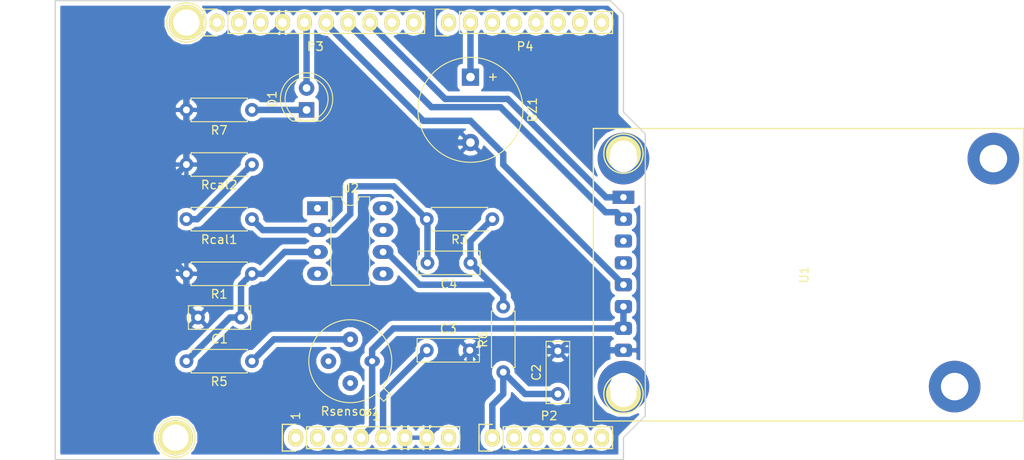
<source format=kicad_pcb>
(kicad_pcb (version 20171130) (host pcbnew "(5.0.0)")

  (general
    (thickness 1.6)
    (drawings 26)
    (tracks 97)
    (zones 0)
    (modules 24)
    (nets 46)
  )

  (page A4)
  (title_block
    (date "lun. 30 mars 2015")
  )

  (layers
    (0 F.Cu signal)
    (31 B.Cu signal)
    (32 B.Adhes user)
    (33 F.Adhes user)
    (34 B.Paste user)
    (35 F.Paste user)
    (36 B.SilkS user)
    (37 F.SilkS user)
    (38 B.Mask user)
    (39 F.Mask user)
    (40 Dwgs.User user)
    (41 Cmts.User user)
    (42 Eco1.User user)
    (43 Eco2.User user)
    (44 Edge.Cuts user)
    (45 Margin user)
    (46 B.CrtYd user)
    (47 F.CrtYd user)
    (48 B.Fab user)
    (49 F.Fab user)
  )

  (setup
    (last_trace_width 0.75)
    (trace_clearance 0.2)
    (zone_clearance 0.508)
    (zone_45_only no)
    (trace_min 0.2)
    (segment_width 0.15)
    (edge_width 0.15)
    (via_size 0.6)
    (via_drill 0.4)
    (via_min_size 0.4)
    (via_min_drill 0.3)
    (uvia_size 0.3)
    (uvia_drill 0.1)
    (uvias_allowed no)
    (uvia_min_size 0.2)
    (uvia_min_drill 0.1)
    (pcb_text_width 0.3)
    (pcb_text_size 1.5 1.5)
    (mod_edge_width 0.15)
    (mod_text_size 1 1)
    (mod_text_width 0.15)
    (pad_size 4.064 4.064)
    (pad_drill 3.048)
    (pad_to_mask_clearance 0)
    (aux_axis_origin 110.998 126.365)
    (grid_origin 110.998 126.365)
    (visible_elements 7FFFFFFF)
    (pcbplotparams
      (layerselection 0x00030_80000001)
      (usegerberextensions false)
      (usegerberattributes false)
      (usegerberadvancedattributes false)
      (creategerberjobfile false)
      (excludeedgelayer true)
      (linewidth 0.100000)
      (plotframeref false)
      (viasonmask false)
      (mode 1)
      (useauxorigin false)
      (hpglpennumber 1)
      (hpglpenspeed 20)
      (hpglpendiameter 15.000000)
      (psnegative false)
      (psa4output false)
      (plotreference true)
      (plotvalue true)
      (plotinvisibletext false)
      (padsonsilk false)
      (subtractmaskfromsilk false)
      (outputformat 1)
      (mirror false)
      (drillshape 1)
      (scaleselection 1)
      (outputdirectory ""))
  )

  (net 0 "")
  (net 1 /IOREF)
  (net 2 /Reset)
  (net 3 +5V)
  (net 4 GND)
  (net 5 /Vin)
  (net 6 /A0)
  (net 7 /A1)
  (net 8 /A2)
  (net 9 /A3)
  (net 10 /AREF)
  (net 11 "/A4(SDA)")
  (net 12 "/A5(SCL)")
  (net 13 "/9(**)")
  (net 14 /8)
  (net 15 /7)
  (net 16 "/6(**)")
  (net 17 "/5(**)")
  (net 18 /4)
  (net 19 "/3(**)")
  (net 20 /2)
  (net 21 "/1(Tx)")
  (net 22 "/0(Rx)")
  (net 23 "Net-(P5-Pad1)")
  (net 24 "Net-(P6-Pad1)")
  (net 25 "Net-(P7-Pad1)")
  (net 26 "Net-(P8-Pad1)")
  (net 27 "/13(SCK)")
  (net 28 "/10(**/SS)")
  (net 29 "Net-(P1-Pad1)")
  (net 30 +3V3)
  (net 31 "/12(MISO)")
  (net 32 "/11(**/MOSI)")
  (net 33 "Net-(C1-Pad1)")
  (net 34 "Net-(C4-Pad1)")
  (net 35 "Net-(C4-Pad2)")
  (net 36 "Net-(D1-Pad1)")
  (net 37 "Net-(R5-Pad1)")
  (net 38 "Net-(Rcal1-Pad2)")
  (net 39 "Net-(U1-Pad3)")
  (net 40 "Net-(U1-Pad4)")
  (net 41 "Net-(U2-Pad1)")
  (net 42 "Net-(U2-Pad5)")
  (net 43 "Net-(U2-Pad7)")
  (net 44 "Net-(U2-Pad4)")
  (net 45 "Net-(U2-Pad8)")

  (net_class Default "This is the default net class."
    (clearance 0.2)
    (trace_width 0.75)
    (via_dia 0.6)
    (via_drill 0.4)
    (uvia_dia 0.3)
    (uvia_drill 0.1)
    (add_net +3V3)
    (add_net +5V)
    (add_net "/0(Rx)")
    (add_net "/1(Tx)")
    (add_net "/10(**/SS)")
    (add_net "/11(**/MOSI)")
    (add_net "/12(MISO)")
    (add_net "/13(SCK)")
    (add_net /2)
    (add_net "/3(**)")
    (add_net /4)
    (add_net "/5(**)")
    (add_net "/6(**)")
    (add_net /7)
    (add_net /8)
    (add_net "/9(**)")
    (add_net /A0)
    (add_net /A1)
    (add_net /A2)
    (add_net /A3)
    (add_net "/A4(SDA)")
    (add_net "/A5(SCL)")
    (add_net /AREF)
    (add_net /IOREF)
    (add_net /Reset)
    (add_net /Vin)
    (add_net GND)
    (add_net "Net-(C1-Pad1)")
    (add_net "Net-(C4-Pad1)")
    (add_net "Net-(C4-Pad2)")
    (add_net "Net-(D1-Pad1)")
    (add_net "Net-(P1-Pad1)")
    (add_net "Net-(P5-Pad1)")
    (add_net "Net-(P6-Pad1)")
    (add_net "Net-(P7-Pad1)")
    (add_net "Net-(P8-Pad1)")
    (add_net "Net-(R5-Pad1)")
    (add_net "Net-(Rcal1-Pad2)")
    (add_net "Net-(U1-Pad3)")
    (add_net "Net-(U1-Pad4)")
    (add_net "Net-(U2-Pad1)")
    (add_net "Net-(U2-Pad4)")
    (add_net "Net-(U2-Pad5)")
    (add_net "Net-(U2-Pad7)")
    (add_net "Net-(U2-Pad8)")
  )

  (module Buzzer_Beeper:Buzzer_12x9.5RM7.6 (layer F.Cu) (tedit 5A030281) (tstamp 5BF63A97)
    (at 159.258 81.915 270)
    (descr "Generic Buzzer, D12mm height 9.5mm with RM7.6mm")
    (tags buzzer)
    (path /5BEA16F7)
    (fp_text reference BZ1 (at 3.8 -7.2 270) (layer F.SilkS)
      (effects (font (size 1 1) (thickness 0.15)))
    )
    (fp_text value Buzzer (at 3.8 7.4 270) (layer F.Fab)
      (effects (font (size 1 1) (thickness 0.15)))
    )
    (fp_text user + (at -0.01 -2.54 270) (layer F.Fab)
      (effects (font (size 1 1) (thickness 0.15)))
    )
    (fp_text user + (at -0.01 -2.54 270) (layer F.SilkS)
      (effects (font (size 1 1) (thickness 0.15)))
    )
    (fp_text user %R (at 3.8 -4 270) (layer F.Fab)
      (effects (font (size 1 1) (thickness 0.15)))
    )
    (fp_circle (center 3.8 0) (end 10.05 0) (layer F.CrtYd) (width 0.05))
    (fp_circle (center 3.8 0) (end 9.8 0) (layer F.Fab) (width 0.1))
    (fp_circle (center 3.8 0) (end 4.8 0) (layer F.Fab) (width 0.1))
    (fp_circle (center 3.8 0) (end 9.9 0) (layer F.SilkS) (width 0.12))
    (pad 1 thru_hole rect (at 0 0 270) (size 2 2) (drill 1) (layers *.Cu *.Mask)
      (net 16 "/6(**)"))
    (pad 2 thru_hole circle (at 7.6 0 270) (size 2 2) (drill 1) (layers *.Cu *.Mask)
      (net 4 GND))
    (model ${KISYS3DMOD}/Buzzer_Beeper.3dshapes/Buzzer_12x9.5RM7.6.wrl
      (at (xyz 0 0 0))
      (scale (xyz 1 1 1))
      (rotate (xyz 0 0 0))
    )
  )

  (module Capacitor_THT:C_Rect_L7.0mm_W2.5mm_P5.00mm (layer F.Cu) (tedit 5AE50EF0) (tstamp 5BF63AAA)
    (at 132.588 109.855 180)
    (descr "C, Rect series, Radial, pin pitch=5.00mm, , length*width=7*2.5mm^2, Capacitor")
    (tags "C Rect series Radial pin pitch 5.00mm  length 7mm width 2.5mm Capacitor")
    (path /5BD9F0E7)
    (fp_text reference C1 (at 2.5 -2.5 180) (layer F.SilkS)
      (effects (font (size 1 1) (thickness 0.15)))
    )
    (fp_text value 100n (at 2.5 2.5 180) (layer F.Fab)
      (effects (font (size 1 1) (thickness 0.15)))
    )
    (fp_text user %R (at 2.5 0 180) (layer F.Fab)
      (effects (font (size 1 1) (thickness 0.15)))
    )
    (fp_line (start 6.25 -1.5) (end -1.25 -1.5) (layer F.CrtYd) (width 0.05))
    (fp_line (start 6.25 1.5) (end 6.25 -1.5) (layer F.CrtYd) (width 0.05))
    (fp_line (start -1.25 1.5) (end 6.25 1.5) (layer F.CrtYd) (width 0.05))
    (fp_line (start -1.25 -1.5) (end -1.25 1.5) (layer F.CrtYd) (width 0.05))
    (fp_line (start 6.12 -1.37) (end 6.12 1.37) (layer F.SilkS) (width 0.12))
    (fp_line (start -1.12 -1.37) (end -1.12 1.37) (layer F.SilkS) (width 0.12))
    (fp_line (start -1.12 1.37) (end 6.12 1.37) (layer F.SilkS) (width 0.12))
    (fp_line (start -1.12 -1.37) (end 6.12 -1.37) (layer F.SilkS) (width 0.12))
    (fp_line (start 6 -1.25) (end -1 -1.25) (layer F.Fab) (width 0.1))
    (fp_line (start 6 1.25) (end 6 -1.25) (layer F.Fab) (width 0.1))
    (fp_line (start -1 1.25) (end 6 1.25) (layer F.Fab) (width 0.1))
    (fp_line (start -1 -1.25) (end -1 1.25) (layer F.Fab) (width 0.1))
    (pad 2 thru_hole circle (at 5 0 180) (size 1.6 1.6) (drill 0.8) (layers *.Cu *.Mask)
      (net 4 GND))
    (pad 1 thru_hole circle (at 0 0 180) (size 1.6 1.6) (drill 0.8) (layers *.Cu *.Mask)
      (net 33 "Net-(C1-Pad1)"))
    (model ${KISYS3DMOD}/Capacitor_THT.3dshapes/C_Rect_L7.0mm_W2.5mm_P5.00mm.wrl
      (at (xyz 0 0 0))
      (scale (xyz 1 1 1))
      (rotate (xyz 0 0 0))
    )
  )

  (module Socket_Arduino_Uno:Socket_Strip_Arduino_1x08 locked (layer F.Cu) (tedit 552168D2) (tstamp 551AF9EA)
    (at 138.938 123.825)
    (descr "Through hole socket strip")
    (tags "socket strip")
    (path /56D70129)
    (fp_text reference P1 (at 8.89 -2.54) (layer F.SilkS)
      (effects (font (size 1 1) (thickness 0.15)))
    )
    (fp_text value Power (at 8.89 -4.064) (layer F.Fab)
      (effects (font (size 1 1) (thickness 0.15)))
    )
    (fp_line (start -1.75 -1.75) (end -1.75 1.75) (layer F.CrtYd) (width 0.05))
    (fp_line (start 19.55 -1.75) (end 19.55 1.75) (layer F.CrtYd) (width 0.05))
    (fp_line (start -1.75 -1.75) (end 19.55 -1.75) (layer F.CrtYd) (width 0.05))
    (fp_line (start -1.75 1.75) (end 19.55 1.75) (layer F.CrtYd) (width 0.05))
    (fp_line (start 1.27 1.27) (end 19.05 1.27) (layer F.SilkS) (width 0.15))
    (fp_line (start 19.05 1.27) (end 19.05 -1.27) (layer F.SilkS) (width 0.15))
    (fp_line (start 19.05 -1.27) (end 1.27 -1.27) (layer F.SilkS) (width 0.15))
    (fp_line (start -1.55 1.55) (end 0 1.55) (layer F.SilkS) (width 0.15))
    (fp_line (start 1.27 1.27) (end 1.27 -1.27) (layer F.SilkS) (width 0.15))
    (fp_line (start 0 -1.55) (end -1.55 -1.55) (layer F.SilkS) (width 0.15))
    (fp_line (start -1.55 -1.55) (end -1.55 1.55) (layer F.SilkS) (width 0.15))
    (pad 1 thru_hole oval (at 0 0) (size 1.7272 2.032) (drill 1.016) (layers *.Cu *.Mask F.SilkS)
      (net 29 "Net-(P1-Pad1)"))
    (pad 2 thru_hole oval (at 2.54 0) (size 1.7272 2.032) (drill 1.016) (layers *.Cu *.Mask F.SilkS)
      (net 1 /IOREF))
    (pad 3 thru_hole oval (at 5.08 0) (size 1.7272 2.032) (drill 1.016) (layers *.Cu *.Mask F.SilkS)
      (net 2 /Reset))
    (pad 4 thru_hole oval (at 7.62 0) (size 1.7272 2.032) (drill 1.016) (layers *.Cu *.Mask F.SilkS)
      (net 30 +3V3))
    (pad 5 thru_hole oval (at 10.16 0) (size 1.7272 2.032) (drill 1.016) (layers *.Cu *.Mask F.SilkS)
      (net 3 +5V))
    (pad 6 thru_hole oval (at 12.7 0) (size 1.7272 2.032) (drill 1.016) (layers *.Cu *.Mask F.SilkS)
      (net 4 GND))
    (pad 7 thru_hole oval (at 15.24 0) (size 1.7272 2.032) (drill 1.016) (layers *.Cu *.Mask F.SilkS)
      (net 4 GND))
    (pad 8 thru_hole oval (at 17.78 0) (size 1.7272 2.032) (drill 1.016) (layers *.Cu *.Mask F.SilkS)
      (net 5 /Vin))
    (model ${KIPRJMOD}/Socket_Arduino_Uno.3dshapes/Socket_header_Arduino_1x08.wrl
      (offset (xyz 8.889999866485596 0 0))
      (scale (xyz 1 1 1))
      (rotate (xyz 0 0 180))
    )
  )

  (module Socket_Arduino_Uno:Socket_Strip_Arduino_1x06 locked (layer F.Cu) (tedit 552168D6) (tstamp 551AF9FF)
    (at 161.798 123.825)
    (descr "Through hole socket strip")
    (tags "socket strip")
    (path /56D70DD8)
    (fp_text reference P2 (at 6.604 -2.54) (layer F.SilkS)
      (effects (font (size 1 1) (thickness 0.15)))
    )
    (fp_text value Analog (at 6.604 -4.064) (layer F.Fab)
      (effects (font (size 1 1) (thickness 0.15)))
    )
    (fp_line (start -1.75 -1.75) (end -1.75 1.75) (layer F.CrtYd) (width 0.05))
    (fp_line (start 14.45 -1.75) (end 14.45 1.75) (layer F.CrtYd) (width 0.05))
    (fp_line (start -1.75 -1.75) (end 14.45 -1.75) (layer F.CrtYd) (width 0.05))
    (fp_line (start -1.75 1.75) (end 14.45 1.75) (layer F.CrtYd) (width 0.05))
    (fp_line (start 1.27 1.27) (end 13.97 1.27) (layer F.SilkS) (width 0.15))
    (fp_line (start 13.97 1.27) (end 13.97 -1.27) (layer F.SilkS) (width 0.15))
    (fp_line (start 13.97 -1.27) (end 1.27 -1.27) (layer F.SilkS) (width 0.15))
    (fp_line (start -1.55 1.55) (end 0 1.55) (layer F.SilkS) (width 0.15))
    (fp_line (start 1.27 1.27) (end 1.27 -1.27) (layer F.SilkS) (width 0.15))
    (fp_line (start 0 -1.55) (end -1.55 -1.55) (layer F.SilkS) (width 0.15))
    (fp_line (start -1.55 -1.55) (end -1.55 1.55) (layer F.SilkS) (width 0.15))
    (pad 1 thru_hole oval (at 0 0) (size 1.7272 2.032) (drill 1.016) (layers *.Cu *.Mask F.SilkS)
      (net 6 /A0))
    (pad 2 thru_hole oval (at 2.54 0) (size 1.7272 2.032) (drill 1.016) (layers *.Cu *.Mask F.SilkS)
      (net 7 /A1))
    (pad 3 thru_hole oval (at 5.08 0) (size 1.7272 2.032) (drill 1.016) (layers *.Cu *.Mask F.SilkS)
      (net 8 /A2))
    (pad 4 thru_hole oval (at 7.62 0) (size 1.7272 2.032) (drill 1.016) (layers *.Cu *.Mask F.SilkS)
      (net 9 /A3))
    (pad 5 thru_hole oval (at 10.16 0) (size 1.7272 2.032) (drill 1.016) (layers *.Cu *.Mask F.SilkS)
      (net 11 "/A4(SDA)"))
    (pad 6 thru_hole oval (at 12.7 0) (size 1.7272 2.032) (drill 1.016) (layers *.Cu *.Mask F.SilkS)
      (net 12 "/A5(SCL)"))
    (model ${KIPRJMOD}/Socket_Arduino_Uno.3dshapes/Socket_header_Arduino_1x06.wrl
      (offset (xyz 6.349999904632568 0 0))
      (scale (xyz 1 1 1))
      (rotate (xyz 0 0 180))
    )
  )

  (module Socket_Arduino_Uno:Socket_Strip_Arduino_1x10 locked (layer F.Cu) (tedit 552168BF) (tstamp 551AFA18)
    (at 129.794 75.565)
    (descr "Through hole socket strip")
    (tags "socket strip")
    (path /56D721E0)
    (fp_text reference P3 (at 11.43 2.794) (layer F.SilkS)
      (effects (font (size 1 1) (thickness 0.15)))
    )
    (fp_text value Digital (at 11.43 4.318) (layer F.Fab)
      (effects (font (size 1 1) (thickness 0.15)))
    )
    (fp_line (start -1.75 -1.75) (end -1.75 1.75) (layer F.CrtYd) (width 0.05))
    (fp_line (start 24.65 -1.75) (end 24.65 1.75) (layer F.CrtYd) (width 0.05))
    (fp_line (start -1.75 -1.75) (end 24.65 -1.75) (layer F.CrtYd) (width 0.05))
    (fp_line (start -1.75 1.75) (end 24.65 1.75) (layer F.CrtYd) (width 0.05))
    (fp_line (start 1.27 1.27) (end 24.13 1.27) (layer F.SilkS) (width 0.15))
    (fp_line (start 24.13 1.27) (end 24.13 -1.27) (layer F.SilkS) (width 0.15))
    (fp_line (start 24.13 -1.27) (end 1.27 -1.27) (layer F.SilkS) (width 0.15))
    (fp_line (start -1.55 1.55) (end 0 1.55) (layer F.SilkS) (width 0.15))
    (fp_line (start 1.27 1.27) (end 1.27 -1.27) (layer F.SilkS) (width 0.15))
    (fp_line (start 0 -1.55) (end -1.55 -1.55) (layer F.SilkS) (width 0.15))
    (fp_line (start -1.55 -1.55) (end -1.55 1.55) (layer F.SilkS) (width 0.15))
    (pad 1 thru_hole oval (at 0 0) (size 1.7272 2.032) (drill 1.016) (layers *.Cu *.Mask F.SilkS)
      (net 12 "/A5(SCL)"))
    (pad 2 thru_hole oval (at 2.54 0) (size 1.7272 2.032) (drill 1.016) (layers *.Cu *.Mask F.SilkS)
      (net 11 "/A4(SDA)"))
    (pad 3 thru_hole oval (at 5.08 0) (size 1.7272 2.032) (drill 1.016) (layers *.Cu *.Mask F.SilkS)
      (net 10 /AREF))
    (pad 4 thru_hole oval (at 7.62 0) (size 1.7272 2.032) (drill 1.016) (layers *.Cu *.Mask F.SilkS)
      (net 4 GND))
    (pad 5 thru_hole oval (at 10.16 0) (size 1.7272 2.032) (drill 1.016) (layers *.Cu *.Mask F.SilkS)
      (net 27 "/13(SCK)"))
    (pad 6 thru_hole oval (at 12.7 0) (size 1.7272 2.032) (drill 1.016) (layers *.Cu *.Mask F.SilkS)
      (net 31 "/12(MISO)"))
    (pad 7 thru_hole oval (at 15.24 0) (size 1.7272 2.032) (drill 1.016) (layers *.Cu *.Mask F.SilkS)
      (net 32 "/11(**/MOSI)"))
    (pad 8 thru_hole oval (at 17.78 0) (size 1.7272 2.032) (drill 1.016) (layers *.Cu *.Mask F.SilkS)
      (net 28 "/10(**/SS)"))
    (pad 9 thru_hole oval (at 20.32 0) (size 1.7272 2.032) (drill 1.016) (layers *.Cu *.Mask F.SilkS)
      (net 13 "/9(**)"))
    (pad 10 thru_hole oval (at 22.86 0) (size 1.7272 2.032) (drill 1.016) (layers *.Cu *.Mask F.SilkS)
      (net 14 /8))
    (model ${KIPRJMOD}/Socket_Arduino_Uno.3dshapes/Socket_header_Arduino_1x10.wrl
      (offset (xyz 11.42999982833862 0 0))
      (scale (xyz 1 1 1))
      (rotate (xyz 0 0 180))
    )
  )

  (module Socket_Arduino_Uno:Socket_Strip_Arduino_1x08 locked (layer F.Cu) (tedit 552168C7) (tstamp 551AFA2F)
    (at 156.718 75.565)
    (descr "Through hole socket strip")
    (tags "socket strip")
    (path /56D7164F)
    (fp_text reference P4 (at 8.89 2.794) (layer F.SilkS)
      (effects (font (size 1 1) (thickness 0.15)))
    )
    (fp_text value Digital (at 8.89 4.318) (layer F.Fab)
      (effects (font (size 1 1) (thickness 0.15)))
    )
    (fp_line (start -1.75 -1.75) (end -1.75 1.75) (layer F.CrtYd) (width 0.05))
    (fp_line (start 19.55 -1.75) (end 19.55 1.75) (layer F.CrtYd) (width 0.05))
    (fp_line (start -1.75 -1.75) (end 19.55 -1.75) (layer F.CrtYd) (width 0.05))
    (fp_line (start -1.75 1.75) (end 19.55 1.75) (layer F.CrtYd) (width 0.05))
    (fp_line (start 1.27 1.27) (end 19.05 1.27) (layer F.SilkS) (width 0.15))
    (fp_line (start 19.05 1.27) (end 19.05 -1.27) (layer F.SilkS) (width 0.15))
    (fp_line (start 19.05 -1.27) (end 1.27 -1.27) (layer F.SilkS) (width 0.15))
    (fp_line (start -1.55 1.55) (end 0 1.55) (layer F.SilkS) (width 0.15))
    (fp_line (start 1.27 1.27) (end 1.27 -1.27) (layer F.SilkS) (width 0.15))
    (fp_line (start 0 -1.55) (end -1.55 -1.55) (layer F.SilkS) (width 0.15))
    (fp_line (start -1.55 -1.55) (end -1.55 1.55) (layer F.SilkS) (width 0.15))
    (pad 1 thru_hole oval (at 0 0) (size 1.7272 2.032) (drill 1.016) (layers *.Cu *.Mask F.SilkS)
      (net 15 /7))
    (pad 2 thru_hole oval (at 2.54 0) (size 1.7272 2.032) (drill 1.016) (layers *.Cu *.Mask F.SilkS)
      (net 16 "/6(**)"))
    (pad 3 thru_hole oval (at 5.08 0) (size 1.7272 2.032) (drill 1.016) (layers *.Cu *.Mask F.SilkS)
      (net 17 "/5(**)"))
    (pad 4 thru_hole oval (at 7.62 0) (size 1.7272 2.032) (drill 1.016) (layers *.Cu *.Mask F.SilkS)
      (net 18 /4))
    (pad 5 thru_hole oval (at 10.16 0) (size 1.7272 2.032) (drill 1.016) (layers *.Cu *.Mask F.SilkS)
      (net 19 "/3(**)"))
    (pad 6 thru_hole oval (at 12.7 0) (size 1.7272 2.032) (drill 1.016) (layers *.Cu *.Mask F.SilkS)
      (net 20 /2))
    (pad 7 thru_hole oval (at 15.24 0) (size 1.7272 2.032) (drill 1.016) (layers *.Cu *.Mask F.SilkS)
      (net 21 "/1(Tx)"))
    (pad 8 thru_hole oval (at 17.78 0) (size 1.7272 2.032) (drill 1.016) (layers *.Cu *.Mask F.SilkS)
      (net 22 "/0(Rx)"))
    (model ${KIPRJMOD}/Socket_Arduino_Uno.3dshapes/Socket_header_Arduino_1x08.wrl
      (offset (xyz 8.889999866485596 0 0))
      (scale (xyz 1 1 1))
      (rotate (xyz 0 0 180))
    )
  )

  (module Socket_Arduino_Uno:Arduino_1pin locked (layer F.Cu) (tedit 5524FC39) (tstamp 5524FC3F)
    (at 124.968 123.825)
    (descr "module 1 pin (ou trou mecanique de percage)")
    (tags DEV)
    (path /56D71177)
    (fp_text reference P5 (at 0 -3.048) (layer F.SilkS) hide
      (effects (font (size 1 1) (thickness 0.15)))
    )
    (fp_text value CONN_01X01 (at 0 2.794) (layer F.Fab) hide
      (effects (font (size 1 1) (thickness 0.15)))
    )
    (fp_circle (center 0 0) (end 0 -2.286) (layer F.SilkS) (width 0.15))
    (pad 1 thru_hole circle (at 0 0) (size 4.064 4.064) (drill 3.048) (layers *.Cu *.Mask F.SilkS)
      (net 23 "Net-(P5-Pad1)"))
  )

  (module Socket_Arduino_Uno:Arduino_1pin locked (layer F.Cu) (tedit 5524FC4A) (tstamp 5524FC44)
    (at 177.038 118.745)
    (descr "module 1 pin (ou trou mecanique de percage)")
    (tags DEV)
    (path /56D71274)
    (fp_text reference P6 (at 0 -3.048) (layer F.SilkS) hide
      (effects (font (size 1 1) (thickness 0.15)))
    )
    (fp_text value CONN_01X01 (at 0 2.794) (layer F.Fab) hide
      (effects (font (size 1 1) (thickness 0.15)))
    )
    (fp_circle (center 0 0) (end 0 -2.286) (layer F.SilkS) (width 0.15))
    (pad 1 thru_hole circle (at 0 0) (size 4.064 4.064) (drill 3.048) (layers *.Cu *.Mask F.SilkS)
      (net 24 "Net-(P6-Pad1)"))
  )

  (module Socket_Arduino_Uno:Arduino_1pin locked (layer F.Cu) (tedit 5524FC2F) (tstamp 5524FC49)
    (at 126.238 75.565)
    (descr "module 1 pin (ou trou mecanique de percage)")
    (tags DEV)
    (path /56D712A8)
    (fp_text reference P7 (at 0 -3.048) (layer F.SilkS) hide
      (effects (font (size 1 1) (thickness 0.15)))
    )
    (fp_text value CONN_01X01 (at 0 2.794) (layer F.Fab) hide
      (effects (font (size 1 1) (thickness 0.15)))
    )
    (fp_circle (center 0 0) (end 0 -2.286) (layer F.SilkS) (width 0.15))
    (pad 1 thru_hole circle (at 0 0) (size 4.064 4.064) (drill 3.048) (layers *.Cu *.Mask F.SilkS)
      (net 25 "Net-(P7-Pad1)"))
  )

  (module Socket_Arduino_Uno:Arduino_1pin locked (layer F.Cu) (tedit 5524FC41) (tstamp 5524FC4E)
    (at 177.038 90.805)
    (descr "module 1 pin (ou trou mecanique de percage)")
    (tags DEV)
    (path /56D712DB)
    (fp_text reference P8 (at 0 -3.048) (layer F.SilkS) hide
      (effects (font (size 1 1) (thickness 0.15)))
    )
    (fp_text value CONN_01X01 (at 0 2.794) (layer F.Fab) hide
      (effects (font (size 1 1) (thickness 0.15)))
    )
    (fp_circle (center 0 0) (end 0 -2.286) (layer F.SilkS) (width 0.15))
    (pad 1 thru_hole circle (at 0 0) (size 4.064 4.064) (drill 3.048) (layers *.Cu *.Mask F.SilkS)
      (net 26 "Net-(P8-Pad1)"))
  )

  (module Capacitor_THT:C_Rect_L7.0mm_W2.5mm_P5.00mm (layer F.Cu) (tedit 5AE50EF0) (tstamp 5BF63ABD)
    (at 169.418 118.745 90)
    (descr "C, Rect series, Radial, pin pitch=5.00mm, , length*width=7*2.5mm^2, Capacitor")
    (tags "C Rect series Radial pin pitch 5.00mm  length 7mm width 2.5mm Capacitor")
    (path /5BD9EF39)
    (fp_text reference C2 (at 2.5 -2.5 90) (layer F.SilkS)
      (effects (font (size 1 1) (thickness 0.15)))
    )
    (fp_text value 100n (at 2.5 2.5 90) (layer F.Fab)
      (effects (font (size 1 1) (thickness 0.15)))
    )
    (fp_text user %R (at 2.5 0 90) (layer F.Fab)
      (effects (font (size 1 1) (thickness 0.15)))
    )
    (fp_line (start 6.25 -1.5) (end -1.25 -1.5) (layer F.CrtYd) (width 0.05))
    (fp_line (start 6.25 1.5) (end 6.25 -1.5) (layer F.CrtYd) (width 0.05))
    (fp_line (start -1.25 1.5) (end 6.25 1.5) (layer F.CrtYd) (width 0.05))
    (fp_line (start -1.25 -1.5) (end -1.25 1.5) (layer F.CrtYd) (width 0.05))
    (fp_line (start 6.12 -1.37) (end 6.12 1.37) (layer F.SilkS) (width 0.12))
    (fp_line (start -1.12 -1.37) (end -1.12 1.37) (layer F.SilkS) (width 0.12))
    (fp_line (start -1.12 1.37) (end 6.12 1.37) (layer F.SilkS) (width 0.12))
    (fp_line (start -1.12 -1.37) (end 6.12 -1.37) (layer F.SilkS) (width 0.12))
    (fp_line (start 6 -1.25) (end -1 -1.25) (layer F.Fab) (width 0.1))
    (fp_line (start 6 1.25) (end 6 -1.25) (layer F.Fab) (width 0.1))
    (fp_line (start -1 1.25) (end 6 1.25) (layer F.Fab) (width 0.1))
    (fp_line (start -1 -1.25) (end -1 1.25) (layer F.Fab) (width 0.1))
    (pad 2 thru_hole circle (at 5 0 90) (size 1.6 1.6) (drill 0.8) (layers *.Cu *.Mask)
      (net 4 GND))
    (pad 1 thru_hole circle (at 0 0 90) (size 1.6 1.6) (drill 0.8) (layers *.Cu *.Mask)
      (net 6 /A0))
    (model ${KISYS3DMOD}/Capacitor_THT.3dshapes/C_Rect_L7.0mm_W2.5mm_P5.00mm.wrl
      (at (xyz 0 0 0))
      (scale (xyz 1 1 1))
      (rotate (xyz 0 0 0))
    )
  )

  (module Capacitor_THT:C_Rect_L7.0mm_W2.5mm_P5.00mm (layer F.Cu) (tedit 5AE50EF0) (tstamp 5BF63AD0)
    (at 154.178 113.665)
    (descr "C, Rect series, Radial, pin pitch=5.00mm, , length*width=7*2.5mm^2, Capacitor")
    (tags "C Rect series Radial pin pitch 5.00mm  length 7mm width 2.5mm Capacitor")
    (path /5BD9EE79)
    (fp_text reference C3 (at 2.5 -2.5) (layer F.SilkS)
      (effects (font (size 1 1) (thickness 0.15)))
    )
    (fp_text value 100n (at 2.5 2.5) (layer F.Fab)
      (effects (font (size 1 1) (thickness 0.15)))
    )
    (fp_line (start -1 -1.25) (end -1 1.25) (layer F.Fab) (width 0.1))
    (fp_line (start -1 1.25) (end 6 1.25) (layer F.Fab) (width 0.1))
    (fp_line (start 6 1.25) (end 6 -1.25) (layer F.Fab) (width 0.1))
    (fp_line (start 6 -1.25) (end -1 -1.25) (layer F.Fab) (width 0.1))
    (fp_line (start -1.12 -1.37) (end 6.12 -1.37) (layer F.SilkS) (width 0.12))
    (fp_line (start -1.12 1.37) (end 6.12 1.37) (layer F.SilkS) (width 0.12))
    (fp_line (start -1.12 -1.37) (end -1.12 1.37) (layer F.SilkS) (width 0.12))
    (fp_line (start 6.12 -1.37) (end 6.12 1.37) (layer F.SilkS) (width 0.12))
    (fp_line (start -1.25 -1.5) (end -1.25 1.5) (layer F.CrtYd) (width 0.05))
    (fp_line (start -1.25 1.5) (end 6.25 1.5) (layer F.CrtYd) (width 0.05))
    (fp_line (start 6.25 1.5) (end 6.25 -1.5) (layer F.CrtYd) (width 0.05))
    (fp_line (start 6.25 -1.5) (end -1.25 -1.5) (layer F.CrtYd) (width 0.05))
    (fp_text user %R (at 2.5 0) (layer F.Fab)
      (effects (font (size 1 1) (thickness 0.15)))
    )
    (pad 1 thru_hole circle (at 0 0) (size 1.6 1.6) (drill 0.8) (layers *.Cu *.Mask)
      (net 3 +5V))
    (pad 2 thru_hole circle (at 5 0) (size 1.6 1.6) (drill 0.8) (layers *.Cu *.Mask)
      (net 4 GND))
    (model ${KISYS3DMOD}/Capacitor_THT.3dshapes/C_Rect_L7.0mm_W2.5mm_P5.00mm.wrl
      (at (xyz 0 0 0))
      (scale (xyz 1 1 1))
      (rotate (xyz 0 0 0))
    )
  )

  (module Capacitor_THT:C_Rect_L7.0mm_W2.5mm_P5.00mm (layer F.Cu) (tedit 5AE50EF0) (tstamp 5BF63AE3)
    (at 159.258 103.505 180)
    (descr "C, Rect series, Radial, pin pitch=5.00mm, , length*width=7*2.5mm^2, Capacitor")
    (tags "C Rect series Radial pin pitch 5.00mm  length 7mm width 2.5mm Capacitor")
    (path /5BD9F03B)
    (fp_text reference C4 (at 2.5 -2.5 180) (layer F.SilkS)
      (effects (font (size 1 1) (thickness 0.15)))
    )
    (fp_text value 1u (at 2.5 2.5 180) (layer F.Fab)
      (effects (font (size 1 1) (thickness 0.15)))
    )
    (fp_line (start -1 -1.25) (end -1 1.25) (layer F.Fab) (width 0.1))
    (fp_line (start -1 1.25) (end 6 1.25) (layer F.Fab) (width 0.1))
    (fp_line (start 6 1.25) (end 6 -1.25) (layer F.Fab) (width 0.1))
    (fp_line (start 6 -1.25) (end -1 -1.25) (layer F.Fab) (width 0.1))
    (fp_line (start -1.12 -1.37) (end 6.12 -1.37) (layer F.SilkS) (width 0.12))
    (fp_line (start -1.12 1.37) (end 6.12 1.37) (layer F.SilkS) (width 0.12))
    (fp_line (start -1.12 -1.37) (end -1.12 1.37) (layer F.SilkS) (width 0.12))
    (fp_line (start 6.12 -1.37) (end 6.12 1.37) (layer F.SilkS) (width 0.12))
    (fp_line (start -1.25 -1.5) (end -1.25 1.5) (layer F.CrtYd) (width 0.05))
    (fp_line (start -1.25 1.5) (end 6.25 1.5) (layer F.CrtYd) (width 0.05))
    (fp_line (start 6.25 1.5) (end 6.25 -1.5) (layer F.CrtYd) (width 0.05))
    (fp_line (start 6.25 -1.5) (end -1.25 -1.5) (layer F.CrtYd) (width 0.05))
    (fp_text user %R (at 2.5 0 180) (layer F.Fab)
      (effects (font (size 1 1) (thickness 0.15)))
    )
    (pad 1 thru_hole circle (at 0 0 180) (size 1.6 1.6) (drill 0.8) (layers *.Cu *.Mask)
      (net 34 "Net-(C4-Pad1)"))
    (pad 2 thru_hole circle (at 5 0 180) (size 1.6 1.6) (drill 0.8) (layers *.Cu *.Mask)
      (net 35 "Net-(C4-Pad2)"))
    (model ${KISYS3DMOD}/Capacitor_THT.3dshapes/C_Rect_L7.0mm_W2.5mm_P5.00mm.wrl
      (at (xyz 0 0 0))
      (scale (xyz 1 1 1))
      (rotate (xyz 0 0 0))
    )
  )

  (module LED_THT:LED_D5.0mm_FlatTop (layer F.Cu) (tedit 5880A862) (tstamp 5BF63AF4)
    (at 140.208 85.725 90)
    (descr "LED, Round, FlatTop, diameter 5.0mm, 2 pins, http://www.kingbright.com/attachments/file/psearch/000/00/00/L-483GDT(Ver.15B).pdf")
    (tags "LED Round FlatTop diameter 5.0mm 2 pins")
    (path /5BEA1788)
    (fp_text reference D1 (at 1.27 -4.01 90) (layer F.SilkS)
      (effects (font (size 1 1) (thickness 0.15)))
    )
    (fp_text value LED (at 1.27 4.01 90) (layer F.Fab)
      (effects (font (size 1 1) (thickness 0.15)))
    )
    (fp_arc (start 1.27 0) (end -1.23 -1.566046) (angle 295.9) (layer F.Fab) (width 0.1))
    (fp_arc (start 1.27 0) (end -1.29 -1.639512) (angle 147.4) (layer F.SilkS) (width 0.12))
    (fp_arc (start 1.27 0) (end -1.29 1.639512) (angle -147.4) (layer F.SilkS) (width 0.12))
    (fp_circle (center 1.27 0) (end 3.77 0) (layer F.Fab) (width 0.1))
    (fp_circle (center 1.27 0) (end 3.77 0) (layer F.SilkS) (width 0.12))
    (fp_line (start -1.23 -1.566046) (end -1.23 1.566046) (layer F.Fab) (width 0.1))
    (fp_line (start -1.29 -1.64) (end -1.29 1.64) (layer F.SilkS) (width 0.12))
    (fp_line (start -2 -3.3) (end -2 3.3) (layer F.CrtYd) (width 0.05))
    (fp_line (start -2 3.3) (end 4.55 3.3) (layer F.CrtYd) (width 0.05))
    (fp_line (start 4.55 3.3) (end 4.55 -3.3) (layer F.CrtYd) (width 0.05))
    (fp_line (start 4.55 -3.3) (end -2 -3.3) (layer F.CrtYd) (width 0.05))
    (pad 1 thru_hole rect (at 0 0 90) (size 1.8 1.8) (drill 0.9) (layers *.Cu *.Mask)
      (net 36 "Net-(D1-Pad1)"))
    (pad 2 thru_hole circle (at 2.54 0 90) (size 1.8 1.8) (drill 0.9) (layers *.Cu *.Mask)
      (net 27 "/13(SCK)"))
    (model ${KISYS3DMOD}/LED_THT.3dshapes/LED_D5.0mm_FlatTop.wrl
      (at (xyz 0 0 0))
      (scale (xyz 1 1 1))
      (rotate (xyz 0 0 0))
    )
  )

  (module Resistor_THT:R_Axial_DIN0207_L6.3mm_D2.5mm_P7.62mm_Horizontal (layer F.Cu) (tedit 5AE5139B) (tstamp 5BF63B33)
    (at 161.798 98.425 180)
    (descr "Resistor, Axial_DIN0207 series, Axial, Horizontal, pin pitch=7.62mm, 0.25W = 1/4W, length*diameter=6.3*2.5mm^2, http://cdn-reichelt.de/documents/datenblatt/B400/1_4W%23YAG.pdf")
    (tags "Resistor Axial_DIN0207 series Axial Horizontal pin pitch 7.62mm 0.25W = 1/4W length 6.3mm diameter 2.5mm")
    (path /5BD9ED1A)
    (fp_text reference R3 (at 3.81 -2.37 180) (layer F.SilkS)
      (effects (font (size 1 1) (thickness 0.15)))
    )
    (fp_text value 100k (at 3.81 2.37 180) (layer F.Fab)
      (effects (font (size 1 1) (thickness 0.15)))
    )
    (fp_line (start 0.66 -1.25) (end 0.66 1.25) (layer F.Fab) (width 0.1))
    (fp_line (start 0.66 1.25) (end 6.96 1.25) (layer F.Fab) (width 0.1))
    (fp_line (start 6.96 1.25) (end 6.96 -1.25) (layer F.Fab) (width 0.1))
    (fp_line (start 6.96 -1.25) (end 0.66 -1.25) (layer F.Fab) (width 0.1))
    (fp_line (start 0 0) (end 0.66 0) (layer F.Fab) (width 0.1))
    (fp_line (start 7.62 0) (end 6.96 0) (layer F.Fab) (width 0.1))
    (fp_line (start 0.54 -1.04) (end 0.54 -1.37) (layer F.SilkS) (width 0.12))
    (fp_line (start 0.54 -1.37) (end 7.08 -1.37) (layer F.SilkS) (width 0.12))
    (fp_line (start 7.08 -1.37) (end 7.08 -1.04) (layer F.SilkS) (width 0.12))
    (fp_line (start 0.54 1.04) (end 0.54 1.37) (layer F.SilkS) (width 0.12))
    (fp_line (start 0.54 1.37) (end 7.08 1.37) (layer F.SilkS) (width 0.12))
    (fp_line (start 7.08 1.37) (end 7.08 1.04) (layer F.SilkS) (width 0.12))
    (fp_line (start -1.05 -1.5) (end -1.05 1.5) (layer F.CrtYd) (width 0.05))
    (fp_line (start -1.05 1.5) (end 8.67 1.5) (layer F.CrtYd) (width 0.05))
    (fp_line (start 8.67 1.5) (end 8.67 -1.5) (layer F.CrtYd) (width 0.05))
    (fp_line (start 8.67 -1.5) (end -1.05 -1.5) (layer F.CrtYd) (width 0.05))
    (fp_text user %R (at 3.81 0 180) (layer F.Fab)
      (effects (font (size 1 1) (thickness 0.15)))
    )
    (pad 1 thru_hole circle (at 0 0 180) (size 1.6 1.6) (drill 0.8) (layers *.Cu *.Mask)
      (net 34 "Net-(C4-Pad1)"))
    (pad 2 thru_hole oval (at 7.62 0 180) (size 1.6 1.6) (drill 0.8) (layers *.Cu *.Mask)
      (net 35 "Net-(C4-Pad2)"))
    (model ${KISYS3DMOD}/Resistor_THT.3dshapes/R_Axial_DIN0207_L6.3mm_D2.5mm_P7.62mm_Horizontal.wrl
      (at (xyz 0 0 0))
      (scale (xyz 1 1 1))
      (rotate (xyz 0 0 0))
    )
  )

  (module Resistor_THT:R_Axial_DIN0207_L6.3mm_D2.5mm_P7.62mm_Horizontal (layer F.Cu) (tedit 5AE5139B) (tstamp 5BF63B4A)
    (at 133.858 114.935 180)
    (descr "Resistor, Axial_DIN0207 series, Axial, Horizontal, pin pitch=7.62mm, 0.25W = 1/4W, length*diameter=6.3*2.5mm^2, http://cdn-reichelt.de/documents/datenblatt/B400/1_4W%23YAG.pdf")
    (tags "Resistor Axial_DIN0207 series Axial Horizontal pin pitch 7.62mm 0.25W = 1/4W length 6.3mm diameter 2.5mm")
    (path /5BD9EAE8)
    (fp_text reference R5 (at 3.81 -2.37 180) (layer F.SilkS)
      (effects (font (size 1 1) (thickness 0.15)))
    )
    (fp_text value 10k (at 3.81 2.37 180) (layer F.Fab)
      (effects (font (size 1 1) (thickness 0.15)))
    )
    (fp_text user %R (at 3.81 0 180) (layer F.Fab)
      (effects (font (size 1 1) (thickness 0.15)))
    )
    (fp_line (start 8.67 -1.5) (end -1.05 -1.5) (layer F.CrtYd) (width 0.05))
    (fp_line (start 8.67 1.5) (end 8.67 -1.5) (layer F.CrtYd) (width 0.05))
    (fp_line (start -1.05 1.5) (end 8.67 1.5) (layer F.CrtYd) (width 0.05))
    (fp_line (start -1.05 -1.5) (end -1.05 1.5) (layer F.CrtYd) (width 0.05))
    (fp_line (start 7.08 1.37) (end 7.08 1.04) (layer F.SilkS) (width 0.12))
    (fp_line (start 0.54 1.37) (end 7.08 1.37) (layer F.SilkS) (width 0.12))
    (fp_line (start 0.54 1.04) (end 0.54 1.37) (layer F.SilkS) (width 0.12))
    (fp_line (start 7.08 -1.37) (end 7.08 -1.04) (layer F.SilkS) (width 0.12))
    (fp_line (start 0.54 -1.37) (end 7.08 -1.37) (layer F.SilkS) (width 0.12))
    (fp_line (start 0.54 -1.04) (end 0.54 -1.37) (layer F.SilkS) (width 0.12))
    (fp_line (start 7.62 0) (end 6.96 0) (layer F.Fab) (width 0.1))
    (fp_line (start 0 0) (end 0.66 0) (layer F.Fab) (width 0.1))
    (fp_line (start 6.96 -1.25) (end 0.66 -1.25) (layer F.Fab) (width 0.1))
    (fp_line (start 6.96 1.25) (end 6.96 -1.25) (layer F.Fab) (width 0.1))
    (fp_line (start 0.66 1.25) (end 6.96 1.25) (layer F.Fab) (width 0.1))
    (fp_line (start 0.66 -1.25) (end 0.66 1.25) (layer F.Fab) (width 0.1))
    (pad 2 thru_hole oval (at 7.62 0 180) (size 1.6 1.6) (drill 0.8) (layers *.Cu *.Mask)
      (net 33 "Net-(C1-Pad1)"))
    (pad 1 thru_hole circle (at 0 0 180) (size 1.6 1.6) (drill 0.8) (layers *.Cu *.Mask)
      (net 37 "Net-(R5-Pad1)"))
    (model ${KISYS3DMOD}/Resistor_THT.3dshapes/R_Axial_DIN0207_L6.3mm_D2.5mm_P7.62mm_Horizontal.wrl
      (at (xyz 0 0 0))
      (scale (xyz 1 1 1))
      (rotate (xyz 0 0 0))
    )
  )

  (module Resistor_THT:R_Axial_DIN0207_L6.3mm_D2.5mm_P7.62mm_Horizontal (layer F.Cu) (tedit 5AE5139B) (tstamp 5BF63B61)
    (at 163.068 116.205 90)
    (descr "Resistor, Axial_DIN0207 series, Axial, Horizontal, pin pitch=7.62mm, 0.25W = 1/4W, length*diameter=6.3*2.5mm^2, http://cdn-reichelt.de/documents/datenblatt/B400/1_4W%23YAG.pdf")
    (tags "Resistor Axial_DIN0207 series Axial Horizontal pin pitch 7.62mm 0.25W = 1/4W length 6.3mm diameter 2.5mm")
    (path /5BD9EDB6)
    (fp_text reference R6 (at 3.81 -2.37 90) (layer F.SilkS)
      (effects (font (size 1 1) (thickness 0.15)))
    )
    (fp_text value 1k (at 3.81 2.37 90) (layer F.Fab)
      (effects (font (size 1 1) (thickness 0.15)))
    )
    (fp_line (start 0.66 -1.25) (end 0.66 1.25) (layer F.Fab) (width 0.1))
    (fp_line (start 0.66 1.25) (end 6.96 1.25) (layer F.Fab) (width 0.1))
    (fp_line (start 6.96 1.25) (end 6.96 -1.25) (layer F.Fab) (width 0.1))
    (fp_line (start 6.96 -1.25) (end 0.66 -1.25) (layer F.Fab) (width 0.1))
    (fp_line (start 0 0) (end 0.66 0) (layer F.Fab) (width 0.1))
    (fp_line (start 7.62 0) (end 6.96 0) (layer F.Fab) (width 0.1))
    (fp_line (start 0.54 -1.04) (end 0.54 -1.37) (layer F.SilkS) (width 0.12))
    (fp_line (start 0.54 -1.37) (end 7.08 -1.37) (layer F.SilkS) (width 0.12))
    (fp_line (start 7.08 -1.37) (end 7.08 -1.04) (layer F.SilkS) (width 0.12))
    (fp_line (start 0.54 1.04) (end 0.54 1.37) (layer F.SilkS) (width 0.12))
    (fp_line (start 0.54 1.37) (end 7.08 1.37) (layer F.SilkS) (width 0.12))
    (fp_line (start 7.08 1.37) (end 7.08 1.04) (layer F.SilkS) (width 0.12))
    (fp_line (start -1.05 -1.5) (end -1.05 1.5) (layer F.CrtYd) (width 0.05))
    (fp_line (start -1.05 1.5) (end 8.67 1.5) (layer F.CrtYd) (width 0.05))
    (fp_line (start 8.67 1.5) (end 8.67 -1.5) (layer F.CrtYd) (width 0.05))
    (fp_line (start 8.67 -1.5) (end -1.05 -1.5) (layer F.CrtYd) (width 0.05))
    (fp_text user %R (at 3.81 0 90) (layer F.Fab)
      (effects (font (size 1 1) (thickness 0.15)))
    )
    (pad 1 thru_hole circle (at 0 0 90) (size 1.6 1.6) (drill 0.8) (layers *.Cu *.Mask)
      (net 6 /A0))
    (pad 2 thru_hole oval (at 7.62 0 90) (size 1.6 1.6) (drill 0.8) (layers *.Cu *.Mask)
      (net 34 "Net-(C4-Pad1)"))
    (model ${KISYS3DMOD}/Resistor_THT.3dshapes/R_Axial_DIN0207_L6.3mm_D2.5mm_P7.62mm_Horizontal.wrl
      (at (xyz 0 0 0))
      (scale (xyz 1 1 1))
      (rotate (xyz 0 0 0))
    )
  )

  (module Resistor_THT:R_Axial_DIN0207_L6.3mm_D2.5mm_P7.62mm_Horizontal (layer F.Cu) (tedit 5AE5139B) (tstamp 5BF63B78)
    (at 133.858 85.725 180)
    (descr "Resistor, Axial_DIN0207 series, Axial, Horizontal, pin pitch=7.62mm, 0.25W = 1/4W, length*diameter=6.3*2.5mm^2, http://cdn-reichelt.de/documents/datenblatt/B400/1_4W%23YAG.pdf")
    (tags "Resistor Axial_DIN0207 series Axial Horizontal pin pitch 7.62mm 0.25W = 1/4W length 6.3mm diameter 2.5mm")
    (path /5BEA1AF9)
    (fp_text reference R7 (at 3.81 -2.37 180) (layer F.SilkS)
      (effects (font (size 1 1) (thickness 0.15)))
    )
    (fp_text value 10k (at 3.81 2.37 180) (layer F.Fab)
      (effects (font (size 1 1) (thickness 0.15)))
    )
    (fp_text user %R (at 3.81 0 180) (layer F.Fab)
      (effects (font (size 1 1) (thickness 0.15)))
    )
    (fp_line (start 8.67 -1.5) (end -1.05 -1.5) (layer F.CrtYd) (width 0.05))
    (fp_line (start 8.67 1.5) (end 8.67 -1.5) (layer F.CrtYd) (width 0.05))
    (fp_line (start -1.05 1.5) (end 8.67 1.5) (layer F.CrtYd) (width 0.05))
    (fp_line (start -1.05 -1.5) (end -1.05 1.5) (layer F.CrtYd) (width 0.05))
    (fp_line (start 7.08 1.37) (end 7.08 1.04) (layer F.SilkS) (width 0.12))
    (fp_line (start 0.54 1.37) (end 7.08 1.37) (layer F.SilkS) (width 0.12))
    (fp_line (start 0.54 1.04) (end 0.54 1.37) (layer F.SilkS) (width 0.12))
    (fp_line (start 7.08 -1.37) (end 7.08 -1.04) (layer F.SilkS) (width 0.12))
    (fp_line (start 0.54 -1.37) (end 7.08 -1.37) (layer F.SilkS) (width 0.12))
    (fp_line (start 0.54 -1.04) (end 0.54 -1.37) (layer F.SilkS) (width 0.12))
    (fp_line (start 7.62 0) (end 6.96 0) (layer F.Fab) (width 0.1))
    (fp_line (start 0 0) (end 0.66 0) (layer F.Fab) (width 0.1))
    (fp_line (start 6.96 -1.25) (end 0.66 -1.25) (layer F.Fab) (width 0.1))
    (fp_line (start 6.96 1.25) (end 6.96 -1.25) (layer F.Fab) (width 0.1))
    (fp_line (start 0.66 1.25) (end 6.96 1.25) (layer F.Fab) (width 0.1))
    (fp_line (start 0.66 -1.25) (end 0.66 1.25) (layer F.Fab) (width 0.1))
    (pad 2 thru_hole oval (at 7.62 0 180) (size 1.6 1.6) (drill 0.8) (layers *.Cu *.Mask)
      (net 4 GND))
    (pad 1 thru_hole circle (at 0 0 180) (size 1.6 1.6) (drill 0.8) (layers *.Cu *.Mask)
      (net 36 "Net-(D1-Pad1)"))
    (model ${KISYS3DMOD}/Resistor_THT.3dshapes/R_Axial_DIN0207_L6.3mm_D2.5mm_P7.62mm_Horizontal.wrl
      (at (xyz 0 0 0))
      (scale (xyz 1 1 1))
      (rotate (xyz 0 0 0))
    )
  )

  (module Resistor_THT:R_Axial_DIN0207_L6.3mm_D2.5mm_P7.62mm_Horizontal (layer F.Cu) (tedit 5AE5139B) (tstamp 5BF63BBD)
    (at 133.858 98.425 180)
    (descr "Resistor, Axial_DIN0207 series, Axial, Horizontal, pin pitch=7.62mm, 0.25W = 1/4W, length*diameter=6.3*2.5mm^2, http://cdn-reichelt.de/documents/datenblatt/B400/1_4W%23YAG.pdf")
    (tags "Resistor Axial_DIN0207 series Axial Horizontal pin pitch 7.62mm 0.25W = 1/4W length 6.3mm diameter 2.5mm")
    (path /5BD9EBFE)
    (fp_text reference Rcal1 (at 3.81 -2.37 180) (layer F.SilkS)
      (effects (font (size 1 1) (thickness 0.15)))
    )
    (fp_text value R (at 3.81 2.37 180) (layer F.Fab)
      (effects (font (size 1 1) (thickness 0.15)))
    )
    (fp_line (start 0.66 -1.25) (end 0.66 1.25) (layer F.Fab) (width 0.1))
    (fp_line (start 0.66 1.25) (end 6.96 1.25) (layer F.Fab) (width 0.1))
    (fp_line (start 6.96 1.25) (end 6.96 -1.25) (layer F.Fab) (width 0.1))
    (fp_line (start 6.96 -1.25) (end 0.66 -1.25) (layer F.Fab) (width 0.1))
    (fp_line (start 0 0) (end 0.66 0) (layer F.Fab) (width 0.1))
    (fp_line (start 7.62 0) (end 6.96 0) (layer F.Fab) (width 0.1))
    (fp_line (start 0.54 -1.04) (end 0.54 -1.37) (layer F.SilkS) (width 0.12))
    (fp_line (start 0.54 -1.37) (end 7.08 -1.37) (layer F.SilkS) (width 0.12))
    (fp_line (start 7.08 -1.37) (end 7.08 -1.04) (layer F.SilkS) (width 0.12))
    (fp_line (start 0.54 1.04) (end 0.54 1.37) (layer F.SilkS) (width 0.12))
    (fp_line (start 0.54 1.37) (end 7.08 1.37) (layer F.SilkS) (width 0.12))
    (fp_line (start 7.08 1.37) (end 7.08 1.04) (layer F.SilkS) (width 0.12))
    (fp_line (start -1.05 -1.5) (end -1.05 1.5) (layer F.CrtYd) (width 0.05))
    (fp_line (start -1.05 1.5) (end 8.67 1.5) (layer F.CrtYd) (width 0.05))
    (fp_line (start 8.67 1.5) (end 8.67 -1.5) (layer F.CrtYd) (width 0.05))
    (fp_line (start 8.67 -1.5) (end -1.05 -1.5) (layer F.CrtYd) (width 0.05))
    (fp_text user %R (at 3.81 0 180) (layer F.Fab)
      (effects (font (size 1 1) (thickness 0.15)))
    )
    (pad 1 thru_hole circle (at 0 0 180) (size 1.6 1.6) (drill 0.8) (layers *.Cu *.Mask)
      (net 35 "Net-(C4-Pad2)"))
    (pad 2 thru_hole oval (at 7.62 0 180) (size 1.6 1.6) (drill 0.8) (layers *.Cu *.Mask)
      (net 38 "Net-(Rcal1-Pad2)"))
    (model ${KISYS3DMOD}/Resistor_THT.3dshapes/R_Axial_DIN0207_L6.3mm_D2.5mm_P7.62mm_Horizontal.wrl
      (at (xyz 0 0 0))
      (scale (xyz 1 1 1))
      (rotate (xyz 0 0 0))
    )
  )

  (module Resistor_THT:R_Axial_DIN0207_L6.3mm_D2.5mm_P7.62mm_Horizontal (layer F.Cu) (tedit 5AE5139B) (tstamp 5BF63BD4)
    (at 133.858 92.075 180)
    (descr "Resistor, Axial_DIN0207 series, Axial, Horizontal, pin pitch=7.62mm, 0.25W = 1/4W, length*diameter=6.3*2.5mm^2, http://cdn-reichelt.de/documents/datenblatt/B400/1_4W%23YAG.pdf")
    (tags "Resistor Axial_DIN0207 series Axial Horizontal pin pitch 7.62mm 0.25W = 1/4W length 6.3mm diameter 2.5mm")
    (path /5BD9EC80)
    (fp_text reference Rcal2 (at 3.81 -2.37 180) (layer F.SilkS)
      (effects (font (size 1 1) (thickness 0.15)))
    )
    (fp_text value R (at 3.81 2.37 180) (layer F.Fab)
      (effects (font (size 1 1) (thickness 0.15)))
    )
    (fp_text user %R (at 3.81 0 180) (layer F.Fab)
      (effects (font (size 1 1) (thickness 0.15)))
    )
    (fp_line (start 8.67 -1.5) (end -1.05 -1.5) (layer F.CrtYd) (width 0.05))
    (fp_line (start 8.67 1.5) (end 8.67 -1.5) (layer F.CrtYd) (width 0.05))
    (fp_line (start -1.05 1.5) (end 8.67 1.5) (layer F.CrtYd) (width 0.05))
    (fp_line (start -1.05 -1.5) (end -1.05 1.5) (layer F.CrtYd) (width 0.05))
    (fp_line (start 7.08 1.37) (end 7.08 1.04) (layer F.SilkS) (width 0.12))
    (fp_line (start 0.54 1.37) (end 7.08 1.37) (layer F.SilkS) (width 0.12))
    (fp_line (start 0.54 1.04) (end 0.54 1.37) (layer F.SilkS) (width 0.12))
    (fp_line (start 7.08 -1.37) (end 7.08 -1.04) (layer F.SilkS) (width 0.12))
    (fp_line (start 0.54 -1.37) (end 7.08 -1.37) (layer F.SilkS) (width 0.12))
    (fp_line (start 0.54 -1.04) (end 0.54 -1.37) (layer F.SilkS) (width 0.12))
    (fp_line (start 7.62 0) (end 6.96 0) (layer F.Fab) (width 0.1))
    (fp_line (start 0 0) (end 0.66 0) (layer F.Fab) (width 0.1))
    (fp_line (start 6.96 -1.25) (end 0.66 -1.25) (layer F.Fab) (width 0.1))
    (fp_line (start 6.96 1.25) (end 6.96 -1.25) (layer F.Fab) (width 0.1))
    (fp_line (start 0.66 1.25) (end 6.96 1.25) (layer F.Fab) (width 0.1))
    (fp_line (start 0.66 -1.25) (end 0.66 1.25) (layer F.Fab) (width 0.1))
    (pad 2 thru_hole oval (at 7.62 0 180) (size 1.6 1.6) (drill 0.8) (layers *.Cu *.Mask)
      (net 4 GND))
    (pad 1 thru_hole circle (at 0 0 180) (size 1.6 1.6) (drill 0.8) (layers *.Cu *.Mask)
      (net 38 "Net-(Rcal1-Pad2)"))
    (model ${KISYS3DMOD}/Resistor_THT.3dshapes/R_Axial_DIN0207_L6.3mm_D2.5mm_P7.62mm_Horizontal.wrl
      (at (xyz 0 0 0))
      (scale (xyz 1 1 1))
      (rotate (xyz 0 0 0))
    )
  )

  (module MesEmpreintes:TO-5-4 (layer F.Cu) (tedit 5BE98B71) (tstamp 5BF63BEA)
    (at 147.828 114.935 180)
    (descr TO-5-4)
    (tags TO-5-4)
    (path /5BD9EA5A)
    (fp_text reference Rsensor1 (at 2.54 -5.82 180) (layer F.SilkS)
      (effects (font (size 1 1) (thickness 0.15)))
    )
    (fp_text value 10k (at 2.54 5.82 180) (layer F.Fab)
      (effects (font (size 1 1) (thickness 0.15)))
    )
    (fp_arc (start 2.54 0) (end -0.457084 -3.774902) (angle 346.9) (layer F.SilkS) (width 0.12))
    (fp_arc (start 2.54 0) (end -0.465408 -3.61352) (angle 349.5) (layer F.Fab) (width 0.1))
    (fp_circle (center 2.54 0) (end 6.79 0) (layer F.Fab) (width 0.1))
    (fp_line (start 7.49 -4.95) (end -2.41 -4.95) (layer F.CrtYd) (width 0.05))
    (fp_line (start 7.49 4.95) (end 7.49 -4.95) (layer F.CrtYd) (width 0.05))
    (fp_line (start -2.41 4.95) (end 7.49 4.95) (layer F.CrtYd) (width 0.05))
    (fp_line (start -2.41 -4.95) (end -2.41 4.95) (layer F.CrtYd) (width 0.05))
    (fp_line (start -2.125856 -3.888039) (end -1.234902 -2.997084) (layer F.SilkS) (width 0.12))
    (fp_line (start -1.348039 -4.665856) (end -2.125856 -3.888039) (layer F.SilkS) (width 0.12))
    (fp_line (start -0.457084 -3.774902) (end -1.348039 -4.665856) (layer F.SilkS) (width 0.12))
    (fp_line (start -1.879621 -3.81151) (end -1.07352 -3.005408) (layer F.Fab) (width 0.1))
    (fp_line (start -1.27151 -4.419621) (end -1.879621 -3.81151) (layer F.Fab) (width 0.1))
    (fp_line (start -0.465408 -3.61352) (end -1.27151 -4.419621) (layer F.Fab) (width 0.1))
    (fp_text user %R (at 2.54 -5.82 180) (layer F.Fab)
      (effects (font (size 1 1) (thickness 0.15)))
    )
    (pad 4 thru_hole circle (at 2.54 -2.54 180) (size 1.8 1.8) (drill 0.7) (layers *.Cu *.Mask))
    (pad 3 thru_hole circle (at 5.08 0 180) (size 1.8 1.8) (drill 0.7) (layers *.Cu *.Mask))
    (pad 2 thru_hole circle (at 2.54 2.54 180) (size 1.8 1.8) (drill 0.7) (layers *.Cu *.Mask)
      (net 37 "Net-(R5-Pad1)"))
    (pad 1 thru_hole oval (at 0 0 180) (size 1.8 1.2) (drill 0.7) (layers *.Cu *.Mask)
      (net 30 +3V3))
    (model ${KISYS3DMOD}/Package_TO_SOT_THT.3dshapes/TO-5-4.wrl
      (at (xyz 0 0 0))
      (scale (xyz 1 1 1))
      (rotate (xyz 0 0 0))
    )
  )

  (module MesEmpreintes:Module_LoRa_RN2483 (layer F.Cu) (tedit 5BD9C5EB) (tstamp 5BF63C1D)
    (at 177.038 95.885 270)
    (path /5BEF5229)
    (fp_text reference U1 (at 9 -21 270) (layer F.SilkS)
      (effects (font (size 1 1) (thickness 0.15)))
    )
    (fp_text value RN2483_Breakout (at 9 -23 270) (layer F.Fab)
      (effects (font (size 1 1) (thickness 0.15)))
    )
    (fp_line (start -8 3.5) (end -8 -46.5) (layer F.SilkS) (width 0.15))
    (fp_line (start -8 -46.5) (end 26 -46.5) (layer F.SilkS) (width 0.15))
    (fp_line (start 26 -46.5) (end 26 3.5) (layer F.SilkS) (width 0.15))
    (fp_line (start 26 3.5) (end -8 3.5) (layer F.SilkS) (width 0.15))
    (pad 1 thru_hole rect (at 0 0 270) (size 1.524 2.524) (drill 0.762) (layers *.Cu *.Mask)
      (net 28 "/10(**/SS)"))
    (pad 2 thru_hole roundrect (at 2.54 0 270) (size 1.524 2) (drill 0.762) (layers *.Cu *.Mask) (roundrect_rratio 0.25)
      (net 32 "/11(**/MOSI)"))
    (pad 3 thru_hole roundrect (at 5.08 0 270) (size 1.524 2) (drill 0.762) (layers *.Cu *.Mask) (roundrect_rratio 0.25)
      (net 39 "Net-(U1-Pad3)"))
    (pad 4 thru_hole roundrect (at 7.62 0 270) (size 1.524 2) (drill 0.762) (layers *.Cu *.Mask) (roundrect_rratio 0.25)
      (net 40 "Net-(U1-Pad4)"))
    (pad 5 thru_hole roundrect (at 10.16 0 270) (size 1.524 2) (drill 0.762) (layers *.Cu *.Mask) (roundrect_rratio 0.25)
      (net 31 "/12(MISO)"))
    (pad 6 thru_hole roundrect (at 12.7 0 270) (size 1.524 2) (drill 0.762) (layers *.Cu *.Mask) (roundrect_rratio 0.25)
      (net 30 +3V3))
    (pad 7 thru_hole roundrect (at 15.24 0 270) (size 1.524 2) (drill 0.762) (layers *.Cu *.Mask) (roundrect_rratio 0.25)
      (net 30 +3V3))
    (pad 8 thru_hole roundrect (at 17.78 0 270) (size 1.524 2) (drill 0.762) (layers *.Cu *.Mask) (roundrect_rratio 0.25)
      (net 4 GND))
    (pad "" np_thru_hole circle (at -4.5 0 270) (size 6 6) (drill 3.2) (layers *.Cu *.Mask))
    (pad "" np_thru_hole circle (at 22 0 270) (size 6 6) (drill 3.2) (layers *.Cu *.Mask))
    (pad "" np_thru_hole circle (at 22 -38.5 270) (size 6 6) (drill 3.2) (layers *.Cu *.Mask))
    (pad "" np_thru_hole circle (at -4.5 -43 270) (size 6 6) (drill 3.2) (layers *.Cu *.Mask))
  )

  (module Package_DIP:DIP-8_W7.62mm_LongPads (layer F.Cu) (tedit 5A02E8C5) (tstamp 5BF63C39)
    (at 141.478 97.155)
    (descr "8-lead though-hole mounted DIP package, row spacing 7.62 mm (300 mils), LongPads")
    (tags "THT DIP DIL PDIP 2.54mm 7.62mm 300mil LongPads")
    (path /5BD9E967)
    (fp_text reference U2 (at 3.81 -2.33) (layer F.SilkS)
      (effects (font (size 1 1) (thickness 0.15)))
    )
    (fp_text value LTC1050 (at 3.81 9.95) (layer F.Fab)
      (effects (font (size 1 1) (thickness 0.15)))
    )
    (fp_arc (start 3.81 -1.33) (end 2.81 -1.33) (angle -180) (layer F.SilkS) (width 0.12))
    (fp_line (start 1.635 -1.27) (end 6.985 -1.27) (layer F.Fab) (width 0.1))
    (fp_line (start 6.985 -1.27) (end 6.985 8.89) (layer F.Fab) (width 0.1))
    (fp_line (start 6.985 8.89) (end 0.635 8.89) (layer F.Fab) (width 0.1))
    (fp_line (start 0.635 8.89) (end 0.635 -0.27) (layer F.Fab) (width 0.1))
    (fp_line (start 0.635 -0.27) (end 1.635 -1.27) (layer F.Fab) (width 0.1))
    (fp_line (start 2.81 -1.33) (end 1.56 -1.33) (layer F.SilkS) (width 0.12))
    (fp_line (start 1.56 -1.33) (end 1.56 8.95) (layer F.SilkS) (width 0.12))
    (fp_line (start 1.56 8.95) (end 6.06 8.95) (layer F.SilkS) (width 0.12))
    (fp_line (start 6.06 8.95) (end 6.06 -1.33) (layer F.SilkS) (width 0.12))
    (fp_line (start 6.06 -1.33) (end 4.81 -1.33) (layer F.SilkS) (width 0.12))
    (fp_line (start -1.45 -1.55) (end -1.45 9.15) (layer F.CrtYd) (width 0.05))
    (fp_line (start -1.45 9.15) (end 9.1 9.15) (layer F.CrtYd) (width 0.05))
    (fp_line (start 9.1 9.15) (end 9.1 -1.55) (layer F.CrtYd) (width 0.05))
    (fp_line (start 9.1 -1.55) (end -1.45 -1.55) (layer F.CrtYd) (width 0.05))
    (fp_text user %R (at 3.81 3.81) (layer F.Fab)
      (effects (font (size 1 1) (thickness 0.15)))
    )
    (pad 1 thru_hole rect (at 0 0) (size 2.4 1.6) (drill 0.8) (layers *.Cu *.Mask)
      (net 41 "Net-(U2-Pad1)"))
    (pad 5 thru_hole oval (at 7.62 7.62) (size 2.4 1.6) (drill 0.8) (layers *.Cu *.Mask)
      (net 42 "Net-(U2-Pad5)"))
    (pad 2 thru_hole oval (at 0 2.54) (size 2.4 1.6) (drill 0.8) (layers *.Cu *.Mask)
      (net 35 "Net-(C4-Pad2)"))
    (pad 6 thru_hole oval (at 7.62 5.08) (size 2.4 1.6) (drill 0.8) (layers *.Cu *.Mask)
      (net 34 "Net-(C4-Pad1)"))
    (pad 3 thru_hole oval (at 0 5.08) (size 2.4 1.6) (drill 0.8) (layers *.Cu *.Mask)
      (net 33 "Net-(C1-Pad1)"))
    (pad 7 thru_hole oval (at 7.62 2.54) (size 2.4 1.6) (drill 0.8) (layers *.Cu *.Mask)
      (net 43 "Net-(U2-Pad7)"))
    (pad 4 thru_hole oval (at 0 7.62) (size 2.4 1.6) (drill 0.8) (layers *.Cu *.Mask)
      (net 44 "Net-(U2-Pad4)"))
    (pad 8 thru_hole oval (at 7.62 0) (size 2.4 1.6) (drill 0.8) (layers *.Cu *.Mask)
      (net 45 "Net-(U2-Pad8)"))
    (model ${KISYS3DMOD}/Package_DIP.3dshapes/DIP-8_W7.62mm.wrl
      (at (xyz 0 0 0))
      (scale (xyz 1 1 1))
      (rotate (xyz 0 0 0))
    )
  )

  (module Resistor_THT:R_Axial_DIN0207_L6.3mm_D2.5mm_P7.62mm_Horizontal (layer F.Cu) (tedit 5AE5139B) (tstamp 5BF656EB)
    (at 133.858 104.775 180)
    (descr "Resistor, Axial_DIN0207 series, Axial, Horizontal, pin pitch=7.62mm, 0.25W = 1/4W, length*diameter=6.3*2.5mm^2, http://cdn-reichelt.de/documents/datenblatt/B400/1_4W%23YAG.pdf")
    (tags "Resistor Axial_DIN0207 series Axial Horizontal pin pitch 7.62mm 0.25W = 1/4W length 6.3mm diameter 2.5mm")
    (path /5BD9EB74)
    (fp_text reference R1 (at 3.81 -2.37 180) (layer F.SilkS)
      (effects (font (size 1 1) (thickness 0.15)))
    )
    (fp_text value 100k (at 3.81 2.37 180) (layer F.Fab)
      (effects (font (size 1 1) (thickness 0.15)))
    )
    (fp_line (start 0.66 -1.25) (end 0.66 1.25) (layer F.Fab) (width 0.1))
    (fp_line (start 0.66 1.25) (end 6.96 1.25) (layer F.Fab) (width 0.1))
    (fp_line (start 6.96 1.25) (end 6.96 -1.25) (layer F.Fab) (width 0.1))
    (fp_line (start 6.96 -1.25) (end 0.66 -1.25) (layer F.Fab) (width 0.1))
    (fp_line (start 0 0) (end 0.66 0) (layer F.Fab) (width 0.1))
    (fp_line (start 7.62 0) (end 6.96 0) (layer F.Fab) (width 0.1))
    (fp_line (start 0.54 -1.04) (end 0.54 -1.37) (layer F.SilkS) (width 0.12))
    (fp_line (start 0.54 -1.37) (end 7.08 -1.37) (layer F.SilkS) (width 0.12))
    (fp_line (start 7.08 -1.37) (end 7.08 -1.04) (layer F.SilkS) (width 0.12))
    (fp_line (start 0.54 1.04) (end 0.54 1.37) (layer F.SilkS) (width 0.12))
    (fp_line (start 0.54 1.37) (end 7.08 1.37) (layer F.SilkS) (width 0.12))
    (fp_line (start 7.08 1.37) (end 7.08 1.04) (layer F.SilkS) (width 0.12))
    (fp_line (start -1.05 -1.5) (end -1.05 1.5) (layer F.CrtYd) (width 0.05))
    (fp_line (start -1.05 1.5) (end 8.67 1.5) (layer F.CrtYd) (width 0.05))
    (fp_line (start 8.67 1.5) (end 8.67 -1.5) (layer F.CrtYd) (width 0.05))
    (fp_line (start 8.67 -1.5) (end -1.05 -1.5) (layer F.CrtYd) (width 0.05))
    (fp_text user %R (at 3.81 0 180) (layer F.Fab)
      (effects (font (size 1 1) (thickness 0.15)))
    )
    (pad 1 thru_hole circle (at 0 0 180) (size 1.6 1.6) (drill 0.8) (layers *.Cu *.Mask)
      (net 33 "Net-(C1-Pad1)"))
    (pad 2 thru_hole oval (at 7.62 0 180) (size 1.6 1.6) (drill 0.8) (layers *.Cu *.Mask)
      (net 4 GND))
    (model ${KISYS3DMOD}/Resistor_THT.3dshapes/R_Axial_DIN0207_L6.3mm_D2.5mm_P7.62mm_Horizontal.wrl
      (at (xyz 0 0 0))
      (scale (xyz 1 1 1))
      (rotate (xyz 0 0 0))
    )
  )

  (gr_line (start 109.093 123.19) (end 109.093 114.3) (angle 90) (layer Dwgs.User) (width 0.15))
  (gr_text 1 (at 138.938 121.285 90) (layer F.SilkS)
    (effects (font (size 1 1) (thickness 0.15)))
  )
  (gr_circle (center 117.348 76.962) (end 118.618 76.962) (layer Dwgs.User) (width 0.15))
  (gr_line (start 114.427 78.994) (end 114.427 74.93) (angle 90) (layer Dwgs.User) (width 0.15))
  (gr_line (start 120.269 78.994) (end 114.427 78.994) (angle 90) (layer Dwgs.User) (width 0.15))
  (gr_line (start 120.269 74.93) (end 120.269 78.994) (angle 90) (layer Dwgs.User) (width 0.15))
  (gr_line (start 114.427 74.93) (end 120.269 74.93) (angle 90) (layer Dwgs.User) (width 0.15))
  (gr_line (start 120.523 93.98) (end 104.648 93.98) (angle 90) (layer Dwgs.User) (width 0.15))
  (gr_line (start 177.038 74.549) (end 175.514 73.025) (angle 90) (layer Edge.Cuts) (width 0.15))
  (gr_line (start 177.038 85.979) (end 177.038 74.549) (angle 90) (layer Edge.Cuts) (width 0.15))
  (gr_line (start 179.578 88.519) (end 177.038 85.979) (angle 90) (layer Edge.Cuts) (width 0.15))
  (gr_line (start 179.578 121.285) (end 179.578 88.519) (angle 90) (layer Edge.Cuts) (width 0.15))
  (gr_line (start 177.038 123.825) (end 179.578 121.285) (angle 90) (layer Edge.Cuts) (width 0.15))
  (gr_line (start 177.038 126.365) (end 177.038 123.825) (angle 90) (layer Edge.Cuts) (width 0.15))
  (gr_line (start 110.998 126.365) (end 177.038 126.365) (angle 90) (layer Edge.Cuts) (width 0.15))
  (gr_line (start 110.998 73.025) (end 110.998 126.365) (angle 90) (layer Edge.Cuts) (width 0.15))
  (gr_line (start 175.514 73.025) (end 110.998 73.025) (angle 90) (layer Edge.Cuts) (width 0.15))
  (gr_line (start 178.435 102.235) (end 173.355 102.235) (angle 90) (layer Dwgs.User) (width 0.15))
  (gr_line (start 178.435 94.615) (end 178.435 102.235) (angle 90) (layer Dwgs.User) (width 0.15))
  (gr_line (start 173.355 94.615) (end 178.435 94.615) (angle 90) (layer Dwgs.User) (width 0.15))
  (gr_line (start 122.428 123.19) (end 109.093 123.19) (angle 90) (layer Dwgs.User) (width 0.15))
  (gr_line (start 122.428 114.3) (end 122.428 123.19) (angle 90) (layer Dwgs.User) (width 0.15))
  (gr_line (start 109.093 114.3) (end 122.428 114.3) (angle 90) (layer Dwgs.User) (width 0.15))
  (gr_line (start 104.648 93.98) (end 104.648 82.55) (angle 90) (layer Dwgs.User) (width 0.15))
  (gr_line (start 120.523 82.55) (end 120.523 93.98) (angle 90) (layer Dwgs.User) (width 0.15))
  (gr_line (start 104.648 82.55) (end 120.523 82.55) (angle 90) (layer Dwgs.User) (width 0.15))

  (segment (start 149.098 123.6726) (end 149.098 123.825) (width 0.75) (layer B.Cu) (net 3))
  (segment (start 149.098 118.745) (end 154.178 113.665) (width 0.75) (layer B.Cu) (net 3))
  (segment (start 149.098 123.825) (end 149.098 118.745) (width 0.75) (layer B.Cu) (net 3))
  (segment (start 151.638 123.6726) (end 151.638 123.825) (width 0.75) (layer F.Cu) (net 4))
  (segment (start 126.238 79.375) (end 126.238 86.995) (width 0.75) (layer B.Cu) (net 4))
  (segment (start 133.7564 79.375) (end 126.238 79.375) (width 0.75) (layer B.Cu) (net 4))
  (segment (start 137.414 75.565) (end 137.414 75.7174) (width 0.75) (layer B.Cu) (net 4))
  (segment (start 137.414 75.7174) (end 133.7564 79.375) (width 0.75) (layer B.Cu) (net 4))
  (segment (start 125.438001 103.975001) (end 126.238 104.775) (width 0.75) (layer B.Cu) (net 4))
  (segment (start 124.862999 103.399999) (end 125.438001 103.975001) (width 0.75) (layer B.Cu) (net 4))
  (segment (start 124.862999 93.450001) (end 124.862999 103.399999) (width 0.75) (layer B.Cu) (net 4))
  (segment (start 126.238 92.075) (end 124.862999 93.450001) (width 0.75) (layer B.Cu) (net 4))
  (segment (start 126.238 108.505) (end 127.588 109.855) (width 0.75) (layer B.Cu) (net 4))
  (segment (start 126.238 104.775) (end 126.238 108.505) (width 0.75) (layer B.Cu) (net 4))
  (segment (start 126.258 89.515) (end 126.238 89.535) (width 0.75) (layer B.Cu) (net 4))
  (segment (start 159.258 89.515) (end 126.258 89.515) (width 0.75) (layer B.Cu) (net 4))
  (segment (start 126.238 86.995) (end 126.238 89.535) (width 0.75) (layer B.Cu) (net 4))
  (segment (start 126.238 89.535) (end 126.238 92.075) (width 0.75) (layer B.Cu) (net 4))
  (segment (start 176.958 113.585) (end 177.038 113.665) (width 0.75) (layer B.Cu) (net 4))
  (segment (start 159.258 113.585) (end 159.178 113.665) (width 0.75) (layer B.Cu) (net 4))
  (segment (start 154.178 123.6726) (end 154.178 123.825) (width 0.75) (layer B.Cu) (net 4))
  (segment (start 155.7916 122.059) (end 154.178 123.6726) (width 0.75) (layer B.Cu) (net 4))
  (segment (start 155.944 122.059) (end 155.7916 122.059) (width 0.75) (layer B.Cu) (net 4))
  (segment (start 159.178 118.825) (end 155.944 122.059) (width 0.75) (layer B.Cu) (net 4))
  (segment (start 159.178 113.665) (end 159.178 118.825) (width 0.75) (layer B.Cu) (net 4))
  (segment (start 169.498 113.665) (end 169.418 113.745) (width 0.75) (layer B.Cu) (net 4))
  (segment (start 177.038 113.665) (end 169.498 113.665) (width 0.75) (layer B.Cu) (net 4))
  (segment (start 159.258 113.745) (end 159.178 113.665) (width 0.75) (layer B.Cu) (net 4))
  (segment (start 169.418 113.745) (end 159.258 113.745) (width 0.75) (layer B.Cu) (net 4))
  (segment (start 165.608 118.745) (end 163.068 116.205) (width 0.75) (layer B.Cu) (net 6))
  (segment (start 169.418 118.745) (end 165.608 118.745) (width 0.75) (layer B.Cu) (net 6))
  (segment (start 163.068 116.205) (end 163.068 118.745) (width 0.75) (layer B.Cu) (net 6))
  (segment (start 161.798 120.015) (end 161.798 123.825) (width 0.75) (layer B.Cu) (net 6))
  (segment (start 163.068 118.745) (end 161.798 120.015) (width 0.75) (layer B.Cu) (net 6))
  (segment (start 150.114 75.565) (end 150.114 75.7174) (width 0.75) (layer B.Cu) (net 13))
  (segment (start 152.654 75.7174) (end 152.654 75.565) (width 0.75) (layer B.Cu) (net 14))
  (segment (start 156.718 75.565) (end 156.718 75.7174) (width 0.75) (layer B.Cu) (net 15))
  (segment (start 159.258 81.915) (end 159.258 75.565) (width 0.75) (layer B.Cu) (net 16))
  (segment (start 140.208 75.819) (end 139.954 75.565) (width 0.75) (layer B.Cu) (net 27))
  (segment (start 140.208 83.185) (end 140.208 75.819) (width 0.75) (layer B.Cu) (net 27))
  (segment (start 147.574 75.7174) (end 156.3116 84.455) (width 0.75) (layer B.Cu) (net 28))
  (segment (start 147.574 75.565) (end 147.574 75.7174) (width 0.75) (layer B.Cu) (net 28))
  (segment (start 175.026 95.885) (end 177.038 95.885) (width 0.75) (layer B.Cu) (net 28))
  (segment (start 163.596 84.455) (end 175.026 95.885) (width 0.75) (layer B.Cu) (net 28))
  (segment (start 156.3116 84.455) (end 163.596 84.455) (width 0.75) (layer B.Cu) (net 28))
  (segment (start 146.558 123.6726) (end 146.558 123.825) (width 0.75) (layer B.Cu) (net 30))
  (segment (start 146.558 123.825) (end 146.558 123.9774) (width 0.75) (layer F.Cu) (net 30))
  (segment (start 146.558 123.9774) (end 146.558 123.825) (width 0.75) (layer B.Cu) (net 30))
  (segment (start 177.038 111.125) (end 177.038 108.585) (width 0.75) (layer B.Cu) (net 30))
  (segment (start 147.828 113.585) (end 147.828 114.935) (width 0.75) (layer B.Cu) (net 30))
  (segment (start 150.288 111.125) (end 147.828 113.585) (width 0.75) (layer B.Cu) (net 30))
  (segment (start 177.038 111.125) (end 150.288 111.125) (width 0.75) (layer B.Cu) (net 30))
  (segment (start 147.828 122.555) (end 146.558 123.825) (width 0.75) (layer B.Cu) (net 30))
  (segment (start 147.828 114.935) (end 147.828 122.555) (width 0.75) (layer B.Cu) (net 30))
  (segment (start 142.494 75.565) (end 142.494 75.7174) (width 0.75) (layer F.Cu) (net 31))
  (segment (start 142.494 75.7174) (end 142.494 75.565) (width 0.75) (layer B.Cu) (net 31))
  (segment (start 153.7716 86.995) (end 142.494 75.7174) (width 0.75) (layer B.Cu) (net 31))
  (segment (start 159.258 86.995) (end 153.7716 86.995) (width 0.75) (layer B.Cu) (net 31))
  (segment (start 163.068 90.805) (end 159.258 86.995) (width 0.75) (layer B.Cu) (net 31))
  (segment (start 177.038 106.045) (end 163.068 92.075) (width 0.75) (layer B.Cu) (net 31))
  (segment (start 163.068 92.075) (end 163.068 90.805) (width 0.75) (layer B.Cu) (net 31))
  (segment (start 145.034 75.565) (end 145.034 75.7174) (width 0.75) (layer F.Cu) (net 32))
  (segment (start 176.225912 97.612912) (end 174.955912 97.612912) (width 0.75) (layer B.Cu) (net 32))
  (segment (start 177.038 98.425) (end 176.225912 97.612912) (width 0.75) (layer B.Cu) (net 32))
  (segment (start 145.034 75.7174) (end 145.034 75.565) (width 0.75) (layer B.Cu) (net 32))
  (segment (start 154.72161 85.40501) (end 145.034 75.7174) (width 0.75) (layer B.Cu) (net 32))
  (segment (start 162.74801 85.40501) (end 154.72161 85.40501) (width 0.75) (layer B.Cu) (net 32))
  (segment (start 174.955912 97.612912) (end 162.74801 85.40501) (width 0.75) (layer B.Cu) (net 32))
  (segment (start 131.318 109.855) (end 126.238 114.935) (width 0.75) (layer B.Cu) (net 33))
  (segment (start 132.588 109.855) (end 131.318 109.855) (width 0.75) (layer B.Cu) (net 33))
  (segment (start 132.588 106.045) (end 133.858 104.775) (width 0.75) (layer B.Cu) (net 33))
  (segment (start 132.588 109.855) (end 132.588 106.045) (width 0.75) (layer B.Cu) (net 33))
  (segment (start 133.858 104.775) (end 135.128 104.775) (width 0.75) (layer B.Cu) (net 33))
  (segment (start 137.668 102.235) (end 141.478 102.235) (width 0.75) (layer B.Cu) (net 33))
  (segment (start 135.128 104.775) (end 137.668 102.235) (width 0.75) (layer B.Cu) (net 33))
  (segment (start 159.258 100.965) (end 161.798 98.425) (width 0.75) (layer B.Cu) (net 34))
  (segment (start 159.258 103.505) (end 159.258 100.965) (width 0.75) (layer B.Cu) (net 34))
  (segment (start 163.068 108.585) (end 163.068 107.315) (width 0.75) (layer B.Cu) (net 34))
  (segment (start 153.308 106.045) (end 161.798 106.045) (width 0.75) (layer B.Cu) (net 34))
  (segment (start 149.498 102.235) (end 153.308 106.045) (width 0.75) (layer B.Cu) (net 34))
  (segment (start 149.098 102.235) (end 149.498 102.235) (width 0.75) (layer B.Cu) (net 34))
  (segment (start 163.068 107.315) (end 161.798 106.045) (width 0.75) (layer B.Cu) (net 34))
  (segment (start 161.798 106.045) (end 159.258 103.505) (width 0.75) (layer B.Cu) (net 34))
  (segment (start 135.128 99.695) (end 133.858 98.425) (width 0.75) (layer B.Cu) (net 35))
  (segment (start 141.478 99.695) (end 135.128 99.695) (width 0.75) (layer B.Cu) (net 35))
  (segment (start 154.258 98.505) (end 154.178 98.425) (width 0.75) (layer B.Cu) (net 35))
  (segment (start 154.258 103.505) (end 154.258 98.505) (width 0.75) (layer B.Cu) (net 35))
  (segment (start 143.428 99.695) (end 141.478 99.695) (width 0.75) (layer B.Cu) (net 35))
  (segment (start 154.178 98.425) (end 150.368 94.615) (width 0.75) (layer B.Cu) (net 35))
  (segment (start 150.368 94.615) (end 145.288 94.615) (width 0.75) (layer B.Cu) (net 35))
  (segment (start 145.288 97.835) (end 143.428 99.695) (width 0.75) (layer B.Cu) (net 35))
  (segment (start 145.288 94.615) (end 145.288 97.835) (width 0.75) (layer B.Cu) (net 35))
  (segment (start 133.858 85.725) (end 140.208 85.725) (width 0.75) (layer B.Cu) (net 36))
  (segment (start 136.398 112.395) (end 133.858 114.935) (width 0.75) (layer B.Cu) (net 37))
  (segment (start 145.288 112.395) (end 136.398 112.395) (width 0.75) (layer B.Cu) (net 37))
  (segment (start 127.508 98.425) (end 133.858 92.075) (width 0.75) (layer B.Cu) (net 38))
  (segment (start 126.238 98.425) (end 127.508 98.425) (width 0.75) (layer B.Cu) (net 38))

  (zone (net 0) (net_name "") (layer B.Cu) (tstamp 0) (hatch edge 0.508)
    (connect_pads (clearance 0.508))
    (min_thickness 0.254)
    (fill (arc_segments 16) (thermal_gap 0.508) (thermal_bridge_width 0.508))
    (polygon
      (pts
        (xy 110.998 73.025) (xy 175.768 73.025) (xy 177.038 74.295) (xy 177.038 85.725) (xy 179.578 88.265)
        (xy 179.578 121.285) (xy 177.038 123.825) (xy 177.038 126.365) (xy 110.998 126.365)
      )
    )
  )
  (zone (net 4) (net_name GND) (layer B.Cu) (tstamp 0) (hatch edge 0.508)
    (connect_pads (clearance 0.508))
    (min_thickness 0.254)
    (fill yes (arc_segments 16) (thermal_gap 0.508) (thermal_bridge_width 0.508))
    (polygon
      (pts
        (xy 110.998 73.025) (xy 175.768 73.025) (xy 177.038 74.295) (xy 177.038 85.725) (xy 179.578 88.265)
        (xy 179.578 121.285) (xy 177.038 123.825) (xy 177.038 126.365) (xy 110.998 126.365)
      )
    )
    (filled_polygon
      (pts
        (xy 123.977026 74.054266) (xy 123.571 75.034501) (xy 123.571 76.095499) (xy 123.977026 77.075734) (xy 124.727266 77.825974)
        (xy 125.707501 78.232) (xy 126.768499 78.232) (xy 127.748734 77.825974) (xy 128.498974 77.075734) (xy 128.652156 76.705918)
        (xy 128.71357 76.79783) (xy 129.209276 77.12905) (xy 129.794 77.245359) (xy 130.378725 77.12905) (xy 130.87443 76.79783)
        (xy 131.064 76.514119) (xy 131.25357 76.79783) (xy 131.749276 77.12905) (xy 132.334 77.245359) (xy 132.918725 77.12905)
        (xy 133.41443 76.79783) (xy 133.604 76.514119) (xy 133.79357 76.79783) (xy 134.289276 77.12905) (xy 134.874 77.245359)
        (xy 135.458725 77.12905) (xy 135.95443 76.79783) (xy 136.147909 76.508267) (xy 136.511964 76.915732) (xy 137.039209 77.169709)
        (xy 137.054974 77.172358) (xy 137.287 77.051217) (xy 137.287 75.692) (xy 137.267 75.692) (xy 137.267 75.438)
        (xy 137.287 75.438) (xy 137.287 74.078783) (xy 137.054974 73.957642) (xy 137.039209 73.960291) (xy 136.511964 74.214268)
        (xy 136.14791 74.621732) (xy 135.95443 74.33217) (xy 135.458724 74.00095) (xy 134.874 73.884641) (xy 134.289275 74.00095)
        (xy 133.79357 74.33217) (xy 133.604 74.615881) (xy 133.41443 74.33217) (xy 132.918724 74.00095) (xy 132.334 73.884641)
        (xy 131.749275 74.00095) (xy 131.25357 74.33217) (xy 131.064 74.615881) (xy 130.87443 74.33217) (xy 130.378724 74.00095)
        (xy 129.794 73.884641) (xy 129.209275 74.00095) (xy 128.71357 74.33217) (xy 128.652156 74.424082) (xy 128.498974 74.054266)
        (xy 128.179708 73.735) (xy 175.21991 73.735) (xy 176.328001 74.843092) (xy 176.328 85.909076) (xy 176.314091 85.979)
        (xy 176.328 86.048924) (xy 176.328 86.048925) (xy 176.369195 86.256027) (xy 176.526119 86.49088) (xy 176.585402 86.530492)
        (xy 177.835926 87.781016) (xy 177.761046 87.75) (xy 176.314954 87.75) (xy 174.978938 88.303396) (xy 173.956396 89.325938)
        (xy 173.403 90.661954) (xy 173.403 92.108046) (xy 173.916076 93.346721) (xy 164.380517 83.811162) (xy 164.324169 83.726831)
        (xy 163.990082 83.503601) (xy 163.695476 83.445) (xy 163.695471 83.445) (xy 163.596 83.425214) (xy 163.496529 83.445)
        (xy 160.607768 83.445) (xy 160.715809 83.372809) (xy 160.856157 83.162765) (xy 160.90544 82.915) (xy 160.90544 80.915)
        (xy 160.856157 80.667235) (xy 160.715809 80.457191) (xy 160.505765 80.316843) (xy 160.268 80.269549) (xy 160.268 76.84489)
        (xy 160.33843 76.79783) (xy 160.528 76.514119) (xy 160.71757 76.79783) (xy 161.213276 77.12905) (xy 161.798 77.245359)
        (xy 162.382725 77.12905) (xy 162.87843 76.79783) (xy 163.068 76.514119) (xy 163.25757 76.79783) (xy 163.753276 77.12905)
        (xy 164.338 77.245359) (xy 164.922725 77.12905) (xy 165.41843 76.79783) (xy 165.608 76.514119) (xy 165.79757 76.79783)
        (xy 166.293276 77.12905) (xy 166.878 77.245359) (xy 167.462725 77.12905) (xy 167.95843 76.79783) (xy 168.148 76.514119)
        (xy 168.33757 76.79783) (xy 168.833276 77.12905) (xy 169.418 77.245359) (xy 170.002725 77.12905) (xy 170.49843 76.79783)
        (xy 170.688 76.514119) (xy 170.87757 76.79783) (xy 171.373276 77.12905) (xy 171.958 77.245359) (xy 172.542725 77.12905)
        (xy 173.03843 76.79783) (xy 173.228 76.514119) (xy 173.41757 76.79783) (xy 173.913276 77.12905) (xy 174.498 77.245359)
        (xy 175.082725 77.12905) (xy 175.57843 76.79783) (xy 175.90965 76.302124) (xy 175.9966 75.864997) (xy 175.9966 75.265002)
        (xy 175.90965 74.827875) (xy 175.57843 74.33217) (xy 175.082724 74.00095) (xy 174.498 73.884641) (xy 173.913275 74.00095)
        (xy 173.41757 74.33217) (xy 173.228 74.615881) (xy 173.03843 74.33217) (xy 172.542724 74.00095) (xy 171.958 73.884641)
        (xy 171.373275 74.00095) (xy 170.87757 74.33217) (xy 170.688 74.615881) (xy 170.49843 74.33217) (xy 170.002724 74.00095)
        (xy 169.418 73.884641) (xy 168.833275 74.00095) (xy 168.33757 74.33217) (xy 168.148 74.615881) (xy 167.95843 74.33217)
        (xy 167.462724 74.00095) (xy 166.878 73.884641) (xy 166.293275 74.00095) (xy 165.79757 74.33217) (xy 165.608 74.615881)
        (xy 165.41843 74.33217) (xy 164.922724 74.00095) (xy 164.338 73.884641) (xy 163.753275 74.00095) (xy 163.25757 74.33217)
        (xy 163.068 74.615881) (xy 162.87843 74.33217) (xy 162.382724 74.00095) (xy 161.798 73.884641) (xy 161.213275 74.00095)
        (xy 160.71757 74.33217) (xy 160.528 74.615881) (xy 160.33843 74.33217) (xy 159.842724 74.00095) (xy 159.258 73.884641)
        (xy 158.673275 74.00095) (xy 158.17757 74.33217) (xy 157.988 74.615881) (xy 157.79843 74.33217) (xy 157.302724 74.00095)
        (xy 156.718 73.884641) (xy 156.133275 74.00095) (xy 155.63757 74.33217) (xy 155.30635 74.827876) (xy 155.2194 75.265003)
        (xy 155.2194 75.864998) (xy 155.30635 76.302125) (xy 155.63757 76.79783) (xy 156.133276 77.12905) (xy 156.718 77.245359)
        (xy 157.302725 77.12905) (xy 157.79843 76.79783) (xy 157.988 76.514119) (xy 158.17757 76.79783) (xy 158.248001 76.84489)
        (xy 158.248 80.269549) (xy 158.010235 80.316843) (xy 157.800191 80.457191) (xy 157.659843 80.667235) (xy 157.61056 80.915)
        (xy 157.61056 82.915) (xy 157.659843 83.162765) (xy 157.800191 83.372809) (xy 157.908232 83.445) (xy 156.729955 83.445)
        (xy 150.461243 77.176288) (xy 150.698725 77.12905) (xy 151.19443 76.79783) (xy 151.384 76.514119) (xy 151.57357 76.79783)
        (xy 152.069276 77.12905) (xy 152.654 77.245359) (xy 153.238725 77.12905) (xy 153.73443 76.79783) (xy 154.06565 76.302124)
        (xy 154.1526 75.864997) (xy 154.1526 75.265002) (xy 154.06565 74.827875) (xy 153.73443 74.33217) (xy 153.238724 74.00095)
        (xy 152.654 73.884641) (xy 152.069275 74.00095) (xy 151.57357 74.33217) (xy 151.384 74.615881) (xy 151.19443 74.33217)
        (xy 150.698724 74.00095) (xy 150.114 73.884641) (xy 149.529275 74.00095) (xy 149.03357 74.33217) (xy 148.844 74.615881)
        (xy 148.65443 74.33217) (xy 148.158724 74.00095) (xy 147.574 73.884641) (xy 146.989275 74.00095) (xy 146.49357 74.33217)
        (xy 146.304 74.615881) (xy 146.11443 74.33217) (xy 145.618724 74.00095) (xy 145.034 73.884641) (xy 144.449275 74.00095)
        (xy 143.95357 74.33217) (xy 143.764 74.615881) (xy 143.57443 74.33217) (xy 143.078724 74.00095) (xy 142.494 73.884641)
        (xy 141.909275 74.00095) (xy 141.41357 74.33217) (xy 141.224 74.615881) (xy 141.03443 74.33217) (xy 140.538724 74.00095)
        (xy 139.954 73.884641) (xy 139.369275 74.00095) (xy 138.87357 74.33217) (xy 138.680091 74.621733) (xy 138.316036 74.214268)
        (xy 137.788791 73.960291) (xy 137.773026 73.957642) (xy 137.541 74.078783) (xy 137.541 75.438) (xy 137.561 75.438)
        (xy 137.561 75.692) (xy 137.541 75.692) (xy 137.541 77.051217) (xy 137.773026 77.172358) (xy 137.788791 77.169709)
        (xy 138.316036 76.915732) (xy 138.68009 76.508268) (xy 138.87357 76.79783) (xy 139.198001 77.014608) (xy 139.198 82.024183)
        (xy 138.90669 82.315493) (xy 138.673 82.87967) (xy 138.673 83.49033) (xy 138.90669 84.054507) (xy 139.075908 84.223725)
        (xy 139.060235 84.226843) (xy 138.850191 84.367191) (xy 138.709843 84.577235) (xy 138.68244 84.715) (xy 134.877396 84.715)
        (xy 134.670862 84.508466) (xy 134.143439 84.29) (xy 133.572561 84.29) (xy 133.045138 84.508466) (xy 132.641466 84.912138)
        (xy 132.423 85.439561) (xy 132.423 86.010439) (xy 132.641466 86.537862) (xy 133.045138 86.941534) (xy 133.572561 87.16)
        (xy 134.143439 87.16) (xy 134.670862 86.941534) (xy 134.877396 86.735) (xy 138.68244 86.735) (xy 138.709843 86.872765)
        (xy 138.850191 87.082809) (xy 139.060235 87.223157) (xy 139.308 87.27244) (xy 141.108 87.27244) (xy 141.355765 87.223157)
        (xy 141.565809 87.082809) (xy 141.706157 86.872765) (xy 141.75544 86.625) (xy 141.75544 84.825) (xy 141.706157 84.577235)
        (xy 141.565809 84.367191) (xy 141.355765 84.226843) (xy 141.340092 84.223725) (xy 141.50931 84.054507) (xy 141.743 83.49033)
        (xy 141.743 82.87967) (xy 141.50931 82.315493) (xy 141.218 82.024183) (xy 141.218 76.523098) (xy 141.224 76.514119)
        (xy 141.41357 76.79783) (xy 141.909276 77.12905) (xy 142.494 77.245359) (xy 142.577079 77.228834) (xy 152.987084 87.63884)
        (xy 153.043431 87.723169) (xy 153.12776 87.779516) (xy 153.127762 87.779518) (xy 153.26182 87.869092) (xy 153.377518 87.946399)
        (xy 153.672124 88.005) (xy 153.672129 88.005) (xy 153.7716 88.024786) (xy 153.871071 88.005) (xy 158.602495 88.005)
        (xy 158.383736 88.095613) (xy 158.285073 88.362468) (xy 159.258 89.335395) (xy 159.272143 89.321253) (xy 159.451748 89.500858)
        (xy 159.437605 89.515) (xy 160.410532 90.487927) (xy 160.677387 90.389264) (xy 160.825428 89.990783) (xy 162.058001 91.223357)
        (xy 162.058 91.975529) (xy 162.038214 92.075) (xy 162.058 92.174471) (xy 162.058 92.174475) (xy 162.116601 92.469081)
        (xy 162.339831 92.803169) (xy 162.424163 92.859518) (xy 175.39056 105.825916) (xy 175.39056 106.426) (xy 175.468845 106.819567)
        (xy 175.691783 107.153217) (xy 175.933908 107.315) (xy 175.691783 107.476783) (xy 175.468845 107.810433) (xy 175.39056 108.204)
        (xy 175.39056 108.966) (xy 175.468845 109.359567) (xy 175.691783 109.693217) (xy 175.933908 109.855) (xy 175.691783 110.016783)
        (xy 175.626156 110.115) (xy 150.38747 110.115) (xy 150.287999 110.095214) (xy 150.188528 110.115) (xy 150.188524 110.115)
        (xy 149.893918 110.173601) (xy 149.559831 110.396831) (xy 149.503482 110.481163) (xy 147.184163 112.800482) (xy 147.099831 112.856831)
        (xy 146.876601 113.190919) (xy 146.818 113.485525) (xy 146.818 113.485529) (xy 146.798214 113.585) (xy 146.818 113.684471)
        (xy 146.818 113.924085) (xy 146.637615 114.044615) (xy 146.364656 114.453127) (xy 146.268805 114.935) (xy 146.364656 115.416873)
        (xy 146.637615 115.825385) (xy 146.818 115.945915) (xy 146.818 117.1576) (xy 146.58931 116.605493) (xy 146.157507 116.17369)
        (xy 145.59333 115.94) (xy 144.98267 115.94) (xy 144.418493 116.17369) (xy 143.98669 116.605493) (xy 143.753 117.16967)
        (xy 143.753 117.78033) (xy 143.98669 118.344507) (xy 144.418493 118.77631) (xy 144.98267 119.01) (xy 145.59333 119.01)
        (xy 146.157507 118.77631) (xy 146.58931 118.344507) (xy 146.818 117.7924) (xy 146.818001 122.136644) (xy 146.768194 122.186451)
        (xy 146.558 122.144641) (xy 145.973275 122.26095) (xy 145.47757 122.59217) (xy 145.288 122.875881) (xy 145.09843 122.59217)
        (xy 144.602724 122.26095) (xy 144.018 122.144641) (xy 143.433275 122.26095) (xy 142.93757 122.59217) (xy 142.748 122.875881)
        (xy 142.55843 122.59217) (xy 142.062724 122.26095) (xy 141.478 122.144641) (xy 140.893275 122.26095) (xy 140.39757 122.59217)
        (xy 140.208 122.875881) (xy 140.01843 122.59217) (xy 139.522724 122.26095) (xy 138.938 122.144641) (xy 138.353275 122.26095)
        (xy 137.85757 122.59217) (xy 137.52635 123.087876) (xy 137.4394 123.525003) (xy 137.4394 124.124998) (xy 137.52635 124.562125)
        (xy 137.85757 125.05783) (xy 138.353276 125.38905) (xy 138.938 125.505359) (xy 139.522725 125.38905) (xy 140.01843 125.05783)
        (xy 140.208 124.774119) (xy 140.39757 125.05783) (xy 140.893276 125.38905) (xy 141.478 125.505359) (xy 142.062725 125.38905)
        (xy 142.55843 125.05783) (xy 142.748 124.774119) (xy 142.93757 125.05783) (xy 143.433276 125.38905) (xy 144.018 125.505359)
        (xy 144.602725 125.38905) (xy 145.09843 125.05783) (xy 145.288 124.774119) (xy 145.47757 125.05783) (xy 145.973276 125.38905)
        (xy 146.558 125.505359) (xy 147.142725 125.38905) (xy 147.63843 125.05783) (xy 147.828 124.774119) (xy 148.01757 125.05783)
        (xy 148.513276 125.38905) (xy 149.098 125.505359) (xy 149.682725 125.38905) (xy 150.17843 125.05783) (xy 150.371909 124.768267)
        (xy 150.735964 125.175732) (xy 151.263209 125.429709) (xy 151.278974 125.432358) (xy 151.511 125.311217) (xy 151.511 123.952)
        (xy 151.765 123.952) (xy 151.765 125.311217) (xy 151.997026 125.432358) (xy 152.012791 125.429709) (xy 152.540036 125.175732)
        (xy 152.908 124.763892) (xy 153.275964 125.175732) (xy 153.803209 125.429709) (xy 153.818974 125.432358) (xy 154.051 125.311217)
        (xy 154.051 123.952) (xy 151.765 123.952) (xy 151.511 123.952) (xy 151.491 123.952) (xy 151.491 123.698)
        (xy 151.511 123.698) (xy 151.511 122.338783) (xy 151.765 122.338783) (xy 151.765 123.698) (xy 154.051 123.698)
        (xy 154.051 122.338783) (xy 154.305 122.338783) (xy 154.305 123.698) (xy 154.325 123.698) (xy 154.325 123.952)
        (xy 154.305 123.952) (xy 154.305 125.311217) (xy 154.537026 125.432358) (xy 154.552791 125.429709) (xy 155.080036 125.175732)
        (xy 155.44409 124.768268) (xy 155.63757 125.05783) (xy 156.133276 125.38905) (xy 156.718 125.505359) (xy 157.302725 125.38905)
        (xy 157.79843 125.05783) (xy 158.12965 124.562124) (xy 158.2166 124.124997) (xy 158.2166 123.525003) (xy 160.2994 123.525003)
        (xy 160.2994 124.124998) (xy 160.38635 124.562125) (xy 160.71757 125.05783) (xy 161.213276 125.38905) (xy 161.798 125.505359)
        (xy 162.382725 125.38905) (xy 162.87843 125.05783) (xy 163.068 124.774119) (xy 163.25757 125.05783) (xy 163.753276 125.38905)
        (xy 164.338 125.505359) (xy 164.922725 125.38905) (xy 165.41843 125.05783) (xy 165.608 124.774119) (xy 165.79757 125.05783)
        (xy 166.293276 125.38905) (xy 166.878 125.505359) (xy 167.462725 125.38905) (xy 167.95843 125.05783) (xy 168.148 124.774119)
        (xy 168.33757 125.05783) (xy 168.833276 125.38905) (xy 169.418 125.505359) (xy 170.002725 125.38905) (xy 170.49843 125.05783)
        (xy 170.688 124.774119) (xy 170.87757 125.05783) (xy 171.373276 125.38905) (xy 171.958 125.505359) (xy 172.542725 125.38905)
        (xy 173.03843 125.05783) (xy 173.228 124.774119) (xy 173.41757 125.05783) (xy 173.913276 125.38905) (xy 174.498 125.505359)
        (xy 175.082725 125.38905) (xy 175.57843 125.05783) (xy 175.90965 124.562124) (xy 175.9966 124.124997) (xy 175.9966 123.525002)
        (xy 175.90965 123.087875) (xy 175.57843 122.59217) (xy 175.082724 122.26095) (xy 174.498 122.144641) (xy 173.913275 122.26095)
        (xy 173.41757 122.59217) (xy 173.228 122.875881) (xy 173.03843 122.59217) (xy 172.542724 122.26095) (xy 171.958 122.144641)
        (xy 171.373275 122.26095) (xy 170.87757 122.59217) (xy 170.688 122.875881) (xy 170.49843 122.59217) (xy 170.002724 122.26095)
        (xy 169.418 122.144641) (xy 168.833275 122.26095) (xy 168.33757 122.59217) (xy 168.148 122.875881) (xy 167.95843 122.59217)
        (xy 167.462724 122.26095) (xy 166.878 122.144641) (xy 166.293275 122.26095) (xy 165.79757 122.59217) (xy 165.608 122.875881)
        (xy 165.41843 122.59217) (xy 164.922724 122.26095) (xy 164.338 122.144641) (xy 163.753275 122.26095) (xy 163.25757 122.59217)
        (xy 163.068 122.875881) (xy 162.87843 122.59217) (xy 162.808 122.54511) (xy 162.808 120.433355) (xy 163.711838 119.529517)
        (xy 163.796169 119.473169) (xy 164.019399 119.139082) (xy 164.078 118.844476) (xy 164.078 118.844472) (xy 164.097786 118.745001)
        (xy 164.078 118.64553) (xy 164.078 118.643356) (xy 164.823484 119.38884) (xy 164.879831 119.473169) (xy 164.96416 119.529516)
        (xy 164.964161 119.529517) (xy 165.100953 119.620918) (xy 165.213918 119.696399) (xy 165.508524 119.755) (xy 165.508528 119.755)
        (xy 165.607999 119.774786) (xy 165.70747 119.755) (xy 168.398604 119.755) (xy 168.605138 119.961534) (xy 169.132561 120.18)
        (xy 169.703439 120.18) (xy 170.230862 119.961534) (xy 170.634534 119.557862) (xy 170.853 119.030439) (xy 170.853 118.459561)
        (xy 170.634534 117.932138) (xy 170.230862 117.528466) (xy 169.703439 117.31) (xy 169.132561 117.31) (xy 168.605138 117.528466)
        (xy 168.398604 117.735) (xy 166.026356 117.735) (xy 164.503 116.211645) (xy 164.503 115.919561) (xy 164.284534 115.392138)
        (xy 163.880862 114.988466) (xy 163.353439 114.77) (xy 162.782561 114.77) (xy 162.255138 114.988466) (xy 161.851466 115.392138)
        (xy 161.633 115.919561) (xy 161.633 116.490439) (xy 161.851466 117.017862) (xy 162.058 117.224396) (xy 162.058001 118.326644)
        (xy 161.154163 119.230482) (xy 161.069831 119.286831) (xy 160.846601 119.620919) (xy 160.788 119.915525) (xy 160.788 119.915529)
        (xy 160.768214 120.015) (xy 160.788 120.114471) (xy 160.788001 122.54511) (xy 160.71757 122.59217) (xy 160.38635 123.087876)
        (xy 160.2994 123.525003) (xy 158.2166 123.525003) (xy 158.2166 123.525002) (xy 158.12965 123.087875) (xy 157.79843 122.59217)
        (xy 157.302724 122.26095) (xy 156.718 122.144641) (xy 156.133275 122.26095) (xy 155.63757 122.59217) (xy 155.444091 122.881733)
        (xy 155.080036 122.474268) (xy 154.552791 122.220291) (xy 154.537026 122.217642) (xy 154.305 122.338783) (xy 154.051 122.338783)
        (xy 153.818974 122.217642) (xy 153.803209 122.220291) (xy 153.275964 122.474268) (xy 152.908 122.886108) (xy 152.540036 122.474268)
        (xy 152.012791 122.220291) (xy 151.997026 122.217642) (xy 151.765 122.338783) (xy 151.511 122.338783) (xy 151.278974 122.217642)
        (xy 151.263209 122.220291) (xy 150.735964 122.474268) (xy 150.37191 122.881732) (xy 150.17843 122.59217) (xy 150.108 122.54511)
        (xy 150.108 119.163355) (xy 154.171356 115.1) (xy 154.463439 115.1) (xy 154.990862 114.881534) (xy 155.199651 114.672745)
        (xy 158.349861 114.672745) (xy 158.423995 114.918864) (xy 158.961223 115.111965) (xy 159.531454 115.084778) (xy 159.932005 114.918864)
        (xy 159.982042 114.752745) (xy 168.589861 114.752745) (xy 168.663995 114.998864) (xy 169.201223 115.191965) (xy 169.771454 115.164778)
        (xy 170.172005 114.998864) (xy 170.246139 114.752745) (xy 169.418 113.924605) (xy 168.589861 114.752745) (xy 159.982042 114.752745)
        (xy 160.006139 114.672745) (xy 159.178 113.844605) (xy 158.349861 114.672745) (xy 155.199651 114.672745) (xy 155.394534 114.477862)
        (xy 155.613 113.950439) (xy 155.613 113.448223) (xy 157.731035 113.448223) (xy 157.758222 114.018454) (xy 157.924136 114.419005)
        (xy 158.170255 114.493139) (xy 158.998395 113.665) (xy 159.357605 113.665) (xy 160.185745 114.493139) (xy 160.431864 114.419005)
        (xy 160.624965 113.881777) (xy 160.608109 113.528223) (xy 167.971035 113.528223) (xy 167.998222 114.098454) (xy 168.164136 114.499005)
        (xy 168.410255 114.573139) (xy 169.238395 113.745) (xy 169.597605 113.745) (xy 170.425745 114.573139) (xy 170.671864 114.499005)
        (xy 170.864965 113.961777) (xy 170.837778 113.391546) (xy 170.671864 112.990995) (xy 170.425745 112.916861) (xy 169.597605 113.745)
        (xy 169.238395 113.745) (xy 168.410255 112.916861) (xy 168.164136 112.990995) (xy 167.971035 113.528223) (xy 160.608109 113.528223)
        (xy 160.597778 113.311546) (xy 160.431864 112.910995) (xy 160.185745 112.836861) (xy 159.357605 113.665) (xy 158.998395 113.665)
        (xy 158.170255 112.836861) (xy 157.924136 112.910995) (xy 157.731035 113.448223) (xy 155.613 113.448223) (xy 155.613 113.379561)
        (xy 155.394534 112.852138) (xy 155.199651 112.657255) (xy 158.349861 112.657255) (xy 159.178 113.485395) (xy 159.926139 112.737255)
        (xy 168.589861 112.737255) (xy 169.418 113.565395) (xy 170.246139 112.737255) (xy 170.172005 112.491136) (xy 169.634777 112.298035)
        (xy 169.064546 112.325222) (xy 168.663995 112.491136) (xy 168.589861 112.737255) (xy 159.926139 112.737255) (xy 160.006139 112.657255)
        (xy 159.932005 112.411136) (xy 159.394777 112.218035) (xy 158.824546 112.245222) (xy 158.423995 112.411136) (xy 158.349861 112.657255)
        (xy 155.199651 112.657255) (xy 154.990862 112.448466) (xy 154.463439 112.23) (xy 153.892561 112.23) (xy 153.365138 112.448466)
        (xy 152.961466 112.852138) (xy 152.743 113.379561) (xy 152.743 113.671644) (xy 148.838 117.576645) (xy 148.838 115.945914)
        (xy 149.018385 115.825385) (xy 149.291344 115.416873) (xy 149.387195 114.935) (xy 149.291344 114.453127) (xy 149.018385 114.044615)
        (xy 148.885519 113.955836) (xy 150.706355 112.135) (xy 175.626156 112.135) (xy 175.691783 112.233217) (xy 175.808073 112.31092)
        (xy 175.678301 112.364673) (xy 175.499673 112.543302) (xy 175.403 112.776691) (xy 175.403 113.37925) (xy 175.56175 113.538)
        (xy 176.911 113.538) (xy 176.911 113.518) (xy 177.165 113.518) (xy 177.165 113.538) (xy 178.51425 113.538)
        (xy 178.673 113.37925) (xy 178.673 112.776691) (xy 178.576327 112.543302) (xy 178.397699 112.364673) (xy 178.267927 112.31092)
        (xy 178.384217 112.233217) (xy 178.607155 111.899567) (xy 178.68544 111.506) (xy 178.68544 110.744) (xy 178.607155 110.350433)
        (xy 178.384217 110.016783) (xy 178.142092 109.855) (xy 178.384217 109.693217) (xy 178.607155 109.359567) (xy 178.68544 108.966)
        (xy 178.68544 108.204) (xy 178.607155 107.810433) (xy 178.384217 107.476783) (xy 178.142092 107.315) (xy 178.384217 107.153217)
        (xy 178.607155 106.819567) (xy 178.68544 106.426) (xy 178.68544 105.664) (xy 178.607155 105.270433) (xy 178.384217 104.936783)
        (xy 178.142092 104.775) (xy 178.384217 104.613217) (xy 178.607155 104.279567) (xy 178.68544 103.886) (xy 178.68544 103.124)
        (xy 178.607155 102.730433) (xy 178.384217 102.396783) (xy 178.142092 102.235) (xy 178.384217 102.073217) (xy 178.607155 101.739567)
        (xy 178.68544 101.346) (xy 178.68544 100.584) (xy 178.607155 100.190433) (xy 178.384217 99.856783) (xy 178.142092 99.695)
        (xy 178.384217 99.533217) (xy 178.607155 99.199567) (xy 178.68544 98.806) (xy 178.68544 98.044) (xy 178.607155 97.650433)
        (xy 178.384217 97.316783) (xy 178.33913 97.286657) (xy 178.547765 97.245157) (xy 178.757809 97.104809) (xy 178.868001 96.939897)
        (xy 178.868 114.708515) (xy 178.646683 114.616843) (xy 178.673 114.553309) (xy 178.673 113.95075) (xy 178.51425 113.792)
        (xy 177.165 113.792) (xy 177.165 113.812) (xy 176.911 113.812) (xy 176.911 113.792) (xy 175.56175 113.792)
        (xy 175.403 113.95075) (xy 175.403 114.553309) (xy 175.429317 114.616843) (xy 174.978938 114.803396) (xy 173.956396 115.825938)
        (xy 173.403 117.161954) (xy 173.403 118.608046) (xy 173.956396 119.944062) (xy 174.978938 120.966604) (xy 176.314954 121.52)
        (xy 177.761046 121.52) (xy 178.74752 121.111389) (xy 176.585402 123.273508) (xy 176.52612 123.313119) (xy 176.396974 123.506399)
        (xy 176.369196 123.547972) (xy 176.314091 123.825) (xy 176.328001 123.894929) (xy 176.328 125.655) (xy 126.909708 125.655)
        (xy 127.228974 125.335734) (xy 127.635 124.355499) (xy 127.635 123.294501) (xy 127.228974 122.314266) (xy 126.478734 121.564026)
        (xy 125.498499 121.158) (xy 124.437501 121.158) (xy 123.457266 121.564026) (xy 122.707026 122.314266) (xy 122.301 123.294501)
        (xy 122.301 124.355499) (xy 122.707026 125.335734) (xy 123.026292 125.655) (xy 111.708 125.655) (xy 111.708 114.935)
        (xy 124.774887 114.935) (xy 124.88626 115.494909) (xy 125.203423 115.969577) (xy 125.678091 116.28674) (xy 126.096667 116.37)
        (xy 126.379333 116.37) (xy 126.797909 116.28674) (xy 127.272577 115.969577) (xy 127.58974 115.494909) (xy 127.701113 114.935)
        (xy 127.695346 114.906009) (xy 127.951794 114.649561) (xy 132.423 114.649561) (xy 132.423 115.220439) (xy 132.641466 115.747862)
        (xy 133.045138 116.151534) (xy 133.572561 116.37) (xy 134.143439 116.37) (xy 134.670862 116.151534) (xy 135.074534 115.747862)
        (xy 135.293 115.220439) (xy 135.293 114.928355) (xy 136.816356 113.405) (xy 142.430599 113.405) (xy 141.878493 113.63369)
        (xy 141.44669 114.065493) (xy 141.213 114.62967) (xy 141.213 115.24033) (xy 141.44669 115.804507) (xy 141.878493 116.23631)
        (xy 142.44267 116.47) (xy 143.05333 116.47) (xy 143.617507 116.23631) (xy 144.04931 115.804507) (xy 144.283 115.24033)
        (xy 144.283 114.62967) (xy 144.04931 114.065493) (xy 143.617507 113.63369) (xy 143.065401 113.405) (xy 144.127183 113.405)
        (xy 144.418493 113.69631) (xy 144.98267 113.93) (xy 145.59333 113.93) (xy 146.157507 113.69631) (xy 146.58931 113.264507)
        (xy 146.823 112.70033) (xy 146.823 112.08967) (xy 146.58931 111.525493) (xy 146.157507 111.09369) (xy 145.59333 110.86)
        (xy 144.98267 110.86) (xy 144.418493 111.09369) (xy 144.127183 111.385) (xy 136.49747 111.385) (xy 136.397999 111.365214)
        (xy 136.298528 111.385) (xy 136.298524 111.385) (xy 136.003918 111.443601) (xy 136.003916 111.443602) (xy 136.003917 111.443602)
        (xy 135.754161 111.610483) (xy 135.75416 111.610484) (xy 135.669831 111.666831) (xy 135.613484 111.75116) (xy 133.864645 113.5)
        (xy 133.572561 113.5) (xy 133.045138 113.718466) (xy 132.641466 114.122138) (xy 132.423 114.649561) (xy 127.951794 114.649561)
        (xy 131.65248 110.948876) (xy 131.775138 111.071534) (xy 132.302561 111.29) (xy 132.873439 111.29) (xy 133.400862 111.071534)
        (xy 133.804534 110.667862) (xy 134.023 110.140439) (xy 134.023 109.569561) (xy 133.804534 109.042138) (xy 133.598 108.835604)
        (xy 133.598 106.463355) (xy 133.851355 106.21) (xy 134.143439 106.21) (xy 134.670862 105.991534) (xy 134.877396 105.785)
        (xy 135.028529 105.785) (xy 135.128 105.804786) (xy 135.227471 105.785) (xy 135.227476 105.785) (xy 135.522082 105.726399)
        (xy 135.856169 105.503169) (xy 135.912518 105.418837) (xy 138.086356 103.245) (xy 140.027001 103.245) (xy 140.043423 103.269577)
        (xy 140.395758 103.505) (xy 140.043423 103.740423) (xy 139.72626 104.215091) (xy 139.614887 104.775) (xy 139.72626 105.334909)
        (xy 140.043423 105.809577) (xy 140.518091 106.12674) (xy 140.936667 106.21) (xy 142.019333 106.21) (xy 142.437909 106.12674)
        (xy 142.912577 105.809577) (xy 143.22974 105.334909) (xy 143.341113 104.775) (xy 143.22974 104.215091) (xy 142.912577 103.740423)
        (xy 142.560242 103.505) (xy 142.912577 103.269577) (xy 143.22974 102.794909) (xy 143.341113 102.235) (xy 143.22974 101.675091)
        (xy 142.912577 101.200423) (xy 142.560242 100.965) (xy 142.912577 100.729577) (xy 142.928999 100.705) (xy 143.328529 100.705)
        (xy 143.428 100.724786) (xy 143.527471 100.705) (xy 143.527476 100.705) (xy 143.822082 100.646399) (xy 144.156169 100.423169)
        (xy 144.212518 100.338837) (xy 145.931837 98.619518) (xy 146.016169 98.563169) (xy 146.239399 98.229082) (xy 146.298 97.934476)
        (xy 146.298 97.934472) (xy 146.317786 97.835001) (xy 146.298 97.73553) (xy 146.298 95.625) (xy 149.949645 95.625)
        (xy 150.268853 95.944208) (xy 150.057909 95.80326) (xy 149.639333 95.72) (xy 148.556667 95.72) (xy 148.138091 95.80326)
        (xy 147.663423 96.120423) (xy 147.34626 96.595091) (xy 147.234887 97.155) (xy 147.34626 97.714909) (xy 147.663423 98.189577)
        (xy 148.015758 98.425) (xy 147.663423 98.660423) (xy 147.34626 99.135091) (xy 147.234887 99.695) (xy 147.34626 100.254909)
        (xy 147.663423 100.729577) (xy 148.015758 100.965) (xy 147.663423 101.200423) (xy 147.34626 101.675091) (xy 147.234887 102.235)
        (xy 147.34626 102.794909) (xy 147.663423 103.269577) (xy 148.015758 103.505) (xy 147.663423 103.740423) (xy 147.34626 104.215091)
        (xy 147.234887 104.775) (xy 147.34626 105.334909) (xy 147.663423 105.809577) (xy 148.138091 106.12674) (xy 148.556667 106.21)
        (xy 149.639333 106.21) (xy 150.057909 106.12674) (xy 150.532577 105.809577) (xy 150.84974 105.334909) (xy 150.902801 105.068156)
        (xy 152.523484 106.68884) (xy 152.579831 106.773169) (xy 152.66416 106.829516) (xy 152.664162 106.829518) (xy 152.800951 106.920917)
        (xy 152.913918 106.996399) (xy 153.208524 107.055) (xy 153.208529 107.055) (xy 153.308 107.074786) (xy 153.407471 107.055)
        (xy 161.379645 107.055) (xy 161.969995 107.64535) (xy 161.71626 108.025091) (xy 161.604887 108.585) (xy 161.71626 109.144909)
        (xy 162.033423 109.619577) (xy 162.508091 109.93674) (xy 162.926667 110.02) (xy 163.209333 110.02) (xy 163.627909 109.93674)
        (xy 164.102577 109.619577) (xy 164.41974 109.144909) (xy 164.531113 108.585) (xy 164.41974 108.025091) (xy 164.102577 107.550423)
        (xy 164.078 107.534001) (xy 164.078 107.41447) (xy 164.097786 107.314999) (xy 164.078 107.215528) (xy 164.078 107.215524)
        (xy 164.019399 106.920918) (xy 163.796169 106.586831) (xy 163.711837 106.530482) (xy 162.582518 105.401163) (xy 162.582517 105.401161)
        (xy 162.582516 105.40116) (xy 162.526169 105.316831) (xy 162.44184 105.260484) (xy 160.693 103.511645) (xy 160.693 103.219561)
        (xy 160.474534 102.692138) (xy 160.268 102.485604) (xy 160.268 101.383355) (xy 161.791356 99.86) (xy 162.083439 99.86)
        (xy 162.610862 99.641534) (xy 163.014534 99.237862) (xy 163.233 98.710439) (xy 163.233 98.139561) (xy 163.014534 97.612138)
        (xy 162.610862 97.208466) (xy 162.083439 96.99) (xy 161.512561 96.99) (xy 160.985138 97.208466) (xy 160.581466 97.612138)
        (xy 160.363 98.139561) (xy 160.363 98.431644) (xy 158.614161 100.180484) (xy 158.529832 100.236831) (xy 158.473485 100.32116)
        (xy 158.473482 100.321163) (xy 158.306602 100.570918) (xy 158.228214 100.965) (xy 158.248001 101.064475) (xy 158.248 102.485604)
        (xy 158.041466 102.692138) (xy 157.823 103.219561) (xy 157.823 103.790439) (xy 158.041466 104.317862) (xy 158.445138 104.721534)
        (xy 158.972561 104.94) (xy 159.264645 104.94) (xy 159.359645 105.035) (xy 153.726356 105.035) (xy 150.955346 102.263991)
        (xy 150.961113 102.235) (xy 150.84974 101.675091) (xy 150.532577 101.200423) (xy 150.180242 100.965) (xy 150.532577 100.729577)
        (xy 150.84974 100.254909) (xy 150.961113 99.695) (xy 150.84974 99.135091) (xy 150.532577 98.660423) (xy 150.180242 98.425)
        (xy 150.532577 98.189577) (xy 150.84974 97.714909) (xy 150.961113 97.155) (xy 150.84974 96.595091) (xy 150.708792 96.384147)
        (xy 152.720654 98.396009) (xy 152.714887 98.425) (xy 152.82626 98.984909) (xy 153.143423 99.459577) (xy 153.248001 99.529454)
        (xy 153.248 102.485604) (xy 153.041466 102.692138) (xy 152.823 103.219561) (xy 152.823 103.790439) (xy 153.041466 104.317862)
        (xy 153.445138 104.721534) (xy 153.972561 104.94) (xy 154.543439 104.94) (xy 155.070862 104.721534) (xy 155.474534 104.317862)
        (xy 155.693 103.790439) (xy 155.693 103.219561) (xy 155.474534 102.692138) (xy 155.268 102.485604) (xy 155.268 99.376631)
        (xy 155.52974 98.984909) (xy 155.641113 98.425) (xy 155.52974 97.865091) (xy 155.212577 97.390423) (xy 154.737909 97.07326)
        (xy 154.319333 96.99) (xy 154.171356 96.99) (xy 151.152518 93.971163) (xy 151.096169 93.886831) (xy 150.762082 93.663601)
        (xy 150.467476 93.605) (xy 150.467471 93.605) (xy 150.368 93.585214) (xy 150.268529 93.605) (xy 145.387475 93.605)
        (xy 145.288 93.585213) (xy 145.188524 93.605) (xy 144.893918 93.663601) (xy 144.559831 93.886831) (xy 144.336601 94.220918)
        (xy 144.258213 94.615) (xy 144.278 94.714476) (xy 144.278001 97.416644) (xy 143.009645 98.685) (xy 142.928999 98.685)
        (xy 142.912577 98.660423) (xy 142.791894 98.579785) (xy 142.925765 98.553157) (xy 143.135809 98.412809) (xy 143.276157 98.202765)
        (xy 143.32544 97.955) (xy 143.32544 96.355) (xy 143.276157 96.107235) (xy 143.135809 95.897191) (xy 142.925765 95.756843)
        (xy 142.678 95.70756) (xy 140.278 95.70756) (xy 140.030235 95.756843) (xy 139.820191 95.897191) (xy 139.679843 96.107235)
        (xy 139.63056 96.355) (xy 139.63056 97.955) (xy 139.679843 98.202765) (xy 139.820191 98.412809) (xy 140.030235 98.553157)
        (xy 140.164106 98.579785) (xy 140.043423 98.660423) (xy 140.027001 98.685) (xy 135.546355 98.685) (xy 135.293 98.431645)
        (xy 135.293 98.139561) (xy 135.074534 97.612138) (xy 134.670862 97.208466) (xy 134.143439 96.99) (xy 133.572561 96.99)
        (xy 133.045138 97.208466) (xy 132.641466 97.612138) (xy 132.423 98.139561) (xy 132.423 98.710439) (xy 132.641466 99.237862)
        (xy 133.045138 99.641534) (xy 133.572561 99.86) (xy 133.864645 99.86) (xy 134.343482 100.338837) (xy 134.399831 100.423169)
        (xy 134.733918 100.646399) (xy 135.028524 100.705) (xy 135.028528 100.705) (xy 135.127999 100.724786) (xy 135.22747 100.705)
        (xy 140.027001 100.705) (xy 140.043423 100.729577) (xy 140.395758 100.965) (xy 140.043423 101.200423) (xy 140.027001 101.225)
        (xy 137.76747 101.225) (xy 137.667999 101.205214) (xy 137.568528 101.225) (xy 137.568524 101.225) (xy 137.273918 101.283601)
        (xy 137.273916 101.283602) (xy 137.273917 101.283602) (xy 137.024161 101.450483) (xy 137.02416 101.450484) (xy 136.939831 101.506831)
        (xy 136.883484 101.59116) (xy 134.79352 103.681124) (xy 134.670862 103.558466) (xy 134.143439 103.34) (xy 133.572561 103.34)
        (xy 133.045138 103.558466) (xy 132.641466 103.962138) (xy 132.423 104.489561) (xy 132.423 104.781645) (xy 131.944161 105.260484)
        (xy 131.859832 105.316831) (xy 131.803485 105.40116) (xy 131.803482 105.401163) (xy 131.636602 105.650918) (xy 131.558214 106.045)
        (xy 131.578001 106.144475) (xy 131.578 108.835604) (xy 131.568604 108.845) (xy 131.417471 108.845) (xy 131.318 108.825214)
        (xy 131.218529 108.845) (xy 131.218524 108.845) (xy 130.923918 108.903601) (xy 130.923916 108.903602) (xy 130.923917 108.903602)
        (xy 130.674162 109.070482) (xy 130.67416 109.070484) (xy 130.589831 109.126831) (xy 130.533484 109.21116) (xy 126.244645 113.5)
        (xy 126.096667 113.5) (xy 125.678091 113.58326) (xy 125.203423 113.900423) (xy 124.88626 114.375091) (xy 124.774887 114.935)
        (xy 111.708 114.935) (xy 111.708 110.862745) (xy 126.759861 110.862745) (xy 126.833995 111.108864) (xy 127.371223 111.301965)
        (xy 127.941454 111.274778) (xy 128.342005 111.108864) (xy 128.416139 110.862745) (xy 127.588 110.034605) (xy 126.759861 110.862745)
        (xy 111.708 110.862745) (xy 111.708 109.638223) (xy 126.141035 109.638223) (xy 126.168222 110.208454) (xy 126.334136 110.609005)
        (xy 126.580255 110.683139) (xy 127.408395 109.855) (xy 127.767605 109.855) (xy 128.595745 110.683139) (xy 128.841864 110.609005)
        (xy 129.034965 110.071777) (xy 129.007778 109.501546) (xy 128.841864 109.100995) (xy 128.595745 109.026861) (xy 127.767605 109.855)
        (xy 127.408395 109.855) (xy 126.580255 109.026861) (xy 126.334136 109.100995) (xy 126.141035 109.638223) (xy 111.708 109.638223)
        (xy 111.708 108.847255) (xy 126.759861 108.847255) (xy 127.588 109.675395) (xy 128.416139 108.847255) (xy 128.342005 108.601136)
        (xy 127.804777 108.408035) (xy 127.234546 108.435222) (xy 126.833995 108.601136) (xy 126.759861 108.847255) (xy 111.708 108.847255)
        (xy 111.708 105.124039) (xy 124.846096 105.124039) (xy 125.006959 105.512423) (xy 125.382866 105.927389) (xy 125.888959 106.166914)
        (xy 126.111 106.045629) (xy 126.111 104.902) (xy 126.365 104.902) (xy 126.365 106.045629) (xy 126.587041 106.166914)
        (xy 127.093134 105.927389) (xy 127.469041 105.512423) (xy 127.629904 105.124039) (xy 127.507915 104.902) (xy 126.365 104.902)
        (xy 126.111 104.902) (xy 124.968085 104.902) (xy 124.846096 105.124039) (xy 111.708 105.124039) (xy 111.708 104.425961)
        (xy 124.846096 104.425961) (xy 124.968085 104.648) (xy 126.111 104.648) (xy 126.111 103.504371) (xy 126.365 103.504371)
        (xy 126.365 104.648) (xy 127.507915 104.648) (xy 127.629904 104.425961) (xy 127.469041 104.037577) (xy 127.093134 103.622611)
        (xy 126.587041 103.383086) (xy 126.365 103.504371) (xy 126.111 103.504371) (xy 125.888959 103.383086) (xy 125.382866 103.622611)
        (xy 125.006959 104.037577) (xy 124.846096 104.425961) (xy 111.708 104.425961) (xy 111.708 98.425) (xy 124.774887 98.425)
        (xy 124.88626 98.984909) (xy 125.203423 99.459577) (xy 125.678091 99.77674) (xy 126.096667 99.86) (xy 126.379333 99.86)
        (xy 126.797909 99.77674) (xy 127.272577 99.459577) (xy 127.288999 99.435) (xy 127.408529 99.435) (xy 127.508 99.454786)
        (xy 127.607471 99.435) (xy 127.607476 99.435) (xy 127.902082 99.376399) (xy 128.236169 99.153169) (xy 128.292518 99.068837)
        (xy 133.851355 93.51) (xy 134.143439 93.51) (xy 134.670862 93.291534) (xy 135.074534 92.887862) (xy 135.293 92.360439)
        (xy 135.293 91.789561) (xy 135.074534 91.262138) (xy 134.670862 90.858466) (xy 134.209908 90.667532) (xy 158.285073 90.667532)
        (xy 158.383736 90.934387) (xy 158.993461 91.160908) (xy 159.64346 91.136856) (xy 160.132264 90.934387) (xy 160.230927 90.667532)
        (xy 159.258 89.694605) (xy 158.285073 90.667532) (xy 134.209908 90.667532) (xy 134.143439 90.64) (xy 133.572561 90.64)
        (xy 133.045138 90.858466) (xy 132.641466 91.262138) (xy 132.423 91.789561) (xy 132.423 92.081645) (xy 127.17765 97.326995)
        (xy 126.797909 97.07326) (xy 126.379333 96.99) (xy 126.096667 96.99) (xy 125.678091 97.07326) (xy 125.203423 97.390423)
        (xy 124.88626 97.865091) (xy 124.774887 98.425) (xy 111.708 98.425) (xy 111.708 92.424039) (xy 124.846096 92.424039)
        (xy 125.006959 92.812423) (xy 125.382866 93.227389) (xy 125.888959 93.466914) (xy 126.111 93.345629) (xy 126.111 92.202)
        (xy 126.365 92.202) (xy 126.365 93.345629) (xy 126.587041 93.466914) (xy 127.093134 93.227389) (xy 127.469041 92.812423)
        (xy 127.629904 92.424039) (xy 127.507915 92.202) (xy 126.365 92.202) (xy 126.111 92.202) (xy 124.968085 92.202)
        (xy 124.846096 92.424039) (xy 111.708 92.424039) (xy 111.708 91.725961) (xy 124.846096 91.725961) (xy 124.968085 91.948)
        (xy 126.111 91.948) (xy 126.111 90.804371) (xy 126.365 90.804371) (xy 126.365 91.948) (xy 127.507915 91.948)
        (xy 127.629904 91.725961) (xy 127.469041 91.337577) (xy 127.093134 90.922611) (xy 126.587041 90.683086) (xy 126.365 90.804371)
        (xy 126.111 90.804371) (xy 125.888959 90.683086) (xy 125.382866 90.922611) (xy 125.006959 91.337577) (xy 124.846096 91.725961)
        (xy 111.708 91.725961) (xy 111.708 89.250461) (xy 157.612092 89.250461) (xy 157.636144 89.90046) (xy 157.838613 90.389264)
        (xy 158.105468 90.487927) (xy 159.078395 89.515) (xy 158.105468 88.542073) (xy 157.838613 88.640736) (xy 157.612092 89.250461)
        (xy 111.708 89.250461) (xy 111.708 86.074039) (xy 124.846096 86.074039) (xy 125.006959 86.462423) (xy 125.382866 86.877389)
        (xy 125.888959 87.116914) (xy 126.111 86.995629) (xy 126.111 85.852) (xy 126.365 85.852) (xy 126.365 86.995629)
        (xy 126.587041 87.116914) (xy 127.093134 86.877389) (xy 127.469041 86.462423) (xy 127.629904 86.074039) (xy 127.507915 85.852)
        (xy 126.365 85.852) (xy 126.111 85.852) (xy 124.968085 85.852) (xy 124.846096 86.074039) (xy 111.708 86.074039)
        (xy 111.708 85.375961) (xy 124.846096 85.375961) (xy 124.968085 85.598) (xy 126.111 85.598) (xy 126.111 84.454371)
        (xy 126.365 84.454371) (xy 126.365 85.598) (xy 127.507915 85.598) (xy 127.629904 85.375961) (xy 127.469041 84.987577)
        (xy 127.093134 84.572611) (xy 126.587041 84.333086) (xy 126.365 84.454371) (xy 126.111 84.454371) (xy 125.888959 84.333086)
        (xy 125.382866 84.572611) (xy 125.006959 84.987577) (xy 124.846096 85.375961) (xy 111.708 85.375961) (xy 111.708 73.735)
        (xy 124.296292 73.735)
      )
    )
  )
)

</source>
